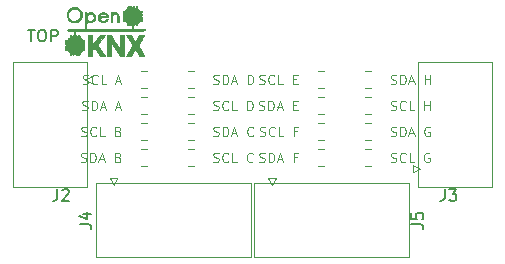
<source format=gbr>
G04 #@! TF.GenerationSoftware,KiCad,Pcbnew,(5.1.4)-1*
G04 #@! TF.CreationDate,2023-01-28T21:19:40+01:00*
G04 #@! TF.ProjectId,SEN-UP1-8xTH,53454e2d-5550-4312-9d38-7854482e6b69,V00.02*
G04 #@! TF.SameCoordinates,Original*
G04 #@! TF.FileFunction,Legend,Top*
G04 #@! TF.FilePolarity,Positive*
%FSLAX46Y46*%
G04 Gerber Fmt 4.6, Leading zero omitted, Abs format (unit mm)*
G04 Created by KiCad (PCBNEW (5.1.4)-1) date 2023-01-28 21:19:40*
%MOMM*%
%LPD*%
G04 APERTURE LIST*
%ADD10C,0.100000*%
%ADD11C,0.150000*%
%ADD12C,0.010000*%
%ADD13C,0.120000*%
G04 APERTURE END LIST*
D10*
X95084523Y-128323809D02*
X95198809Y-128361904D01*
X95389285Y-128361904D01*
X95465476Y-128323809D01*
X95503571Y-128285714D01*
X95541666Y-128209523D01*
X95541666Y-128133333D01*
X95503571Y-128057142D01*
X95465476Y-128019047D01*
X95389285Y-127980952D01*
X95236904Y-127942857D01*
X95160714Y-127904761D01*
X95122619Y-127866666D01*
X95084523Y-127790476D01*
X95084523Y-127714285D01*
X95122619Y-127638095D01*
X95160714Y-127600000D01*
X95236904Y-127561904D01*
X95427381Y-127561904D01*
X95541666Y-127600000D01*
X95884523Y-128361904D02*
X95884523Y-127561904D01*
X96075000Y-127561904D01*
X96189285Y-127600000D01*
X96265476Y-127676190D01*
X96303571Y-127752380D01*
X96341666Y-127904761D01*
X96341666Y-128019047D01*
X96303571Y-128171428D01*
X96265476Y-128247619D01*
X96189285Y-128323809D01*
X96075000Y-128361904D01*
X95884523Y-128361904D01*
X96646428Y-128133333D02*
X97027381Y-128133333D01*
X96570238Y-128361904D02*
X96836904Y-127561904D01*
X97103571Y-128361904D01*
X97941666Y-128133333D02*
X98322619Y-128133333D01*
X97865476Y-128361904D02*
X98132143Y-127561904D01*
X98398809Y-128361904D01*
X95122618Y-126123809D02*
X95236904Y-126161904D01*
X95427380Y-126161904D01*
X95503571Y-126123809D01*
X95541666Y-126085714D01*
X95579761Y-126009523D01*
X95579761Y-125933333D01*
X95541666Y-125857142D01*
X95503571Y-125819047D01*
X95427380Y-125780952D01*
X95274999Y-125742857D01*
X95198809Y-125704761D01*
X95160714Y-125666666D01*
X95122618Y-125590476D01*
X95122618Y-125514285D01*
X95160714Y-125438095D01*
X95198809Y-125400000D01*
X95274999Y-125361904D01*
X95465476Y-125361904D01*
X95579761Y-125400000D01*
X96379761Y-126085714D02*
X96341666Y-126123809D01*
X96227380Y-126161904D01*
X96151190Y-126161904D01*
X96036904Y-126123809D01*
X95960714Y-126047619D01*
X95922618Y-125971428D01*
X95884523Y-125819047D01*
X95884523Y-125704761D01*
X95922618Y-125552380D01*
X95960714Y-125476190D01*
X96036904Y-125400000D01*
X96151190Y-125361904D01*
X96227380Y-125361904D01*
X96341666Y-125400000D01*
X96379761Y-125438095D01*
X97103571Y-126161904D02*
X96722618Y-126161904D01*
X96722618Y-125361904D01*
X97941666Y-125933333D02*
X98322618Y-125933333D01*
X97865476Y-126161904D02*
X98132142Y-125361904D01*
X98398809Y-126161904D01*
X94970237Y-132723809D02*
X95084523Y-132761904D01*
X95274999Y-132761904D01*
X95351190Y-132723809D01*
X95389285Y-132685714D01*
X95427380Y-132609523D01*
X95427380Y-132533333D01*
X95389285Y-132457142D01*
X95351190Y-132419047D01*
X95274999Y-132380952D01*
X95122618Y-132342857D01*
X95046428Y-132304761D01*
X95008333Y-132266666D01*
X94970237Y-132190476D01*
X94970237Y-132114285D01*
X95008333Y-132038095D01*
X95046428Y-132000000D01*
X95122618Y-131961904D01*
X95313095Y-131961904D01*
X95427380Y-132000000D01*
X95770237Y-132761904D02*
X95770237Y-131961904D01*
X95960714Y-131961904D01*
X96074999Y-132000000D01*
X96151190Y-132076190D01*
X96189285Y-132152380D01*
X96227380Y-132304761D01*
X96227380Y-132419047D01*
X96189285Y-132571428D01*
X96151190Y-132647619D01*
X96074999Y-132723809D01*
X95960714Y-132761904D01*
X95770237Y-132761904D01*
X96532142Y-132533333D02*
X96913095Y-132533333D01*
X96455952Y-132761904D02*
X96722618Y-131961904D01*
X96989285Y-132761904D01*
X98132142Y-132342857D02*
X98246428Y-132380952D01*
X98284523Y-132419047D01*
X98322618Y-132495238D01*
X98322618Y-132609523D01*
X98284523Y-132685714D01*
X98246428Y-132723809D01*
X98170237Y-132761904D01*
X97865476Y-132761904D01*
X97865476Y-131961904D01*
X98132142Y-131961904D01*
X98208333Y-132000000D01*
X98246428Y-132038095D01*
X98284523Y-132114285D01*
X98284523Y-132190476D01*
X98246428Y-132266666D01*
X98208333Y-132304761D01*
X98132142Y-132342857D01*
X97865476Y-132342857D01*
X95008332Y-130523809D02*
X95122618Y-130561904D01*
X95313094Y-130561904D01*
X95389285Y-130523809D01*
X95427380Y-130485714D01*
X95465475Y-130409523D01*
X95465475Y-130333333D01*
X95427380Y-130257142D01*
X95389285Y-130219047D01*
X95313094Y-130180952D01*
X95160713Y-130142857D01*
X95084523Y-130104761D01*
X95046428Y-130066666D01*
X95008332Y-129990476D01*
X95008332Y-129914285D01*
X95046428Y-129838095D01*
X95084523Y-129800000D01*
X95160713Y-129761904D01*
X95351190Y-129761904D01*
X95465475Y-129800000D01*
X96265475Y-130485714D02*
X96227380Y-130523809D01*
X96113094Y-130561904D01*
X96036904Y-130561904D01*
X95922618Y-130523809D01*
X95846428Y-130447619D01*
X95808332Y-130371428D01*
X95770237Y-130219047D01*
X95770237Y-130104761D01*
X95808332Y-129952380D01*
X95846428Y-129876190D01*
X95922618Y-129800000D01*
X96036904Y-129761904D01*
X96113094Y-129761904D01*
X96227380Y-129800000D01*
X96265475Y-129838095D01*
X96989285Y-130561904D02*
X96608332Y-130561904D01*
X96608332Y-129761904D01*
X98132142Y-130142857D02*
X98246428Y-130180952D01*
X98284523Y-130219047D01*
X98322618Y-130295238D01*
X98322618Y-130409523D01*
X98284523Y-130485714D01*
X98246428Y-130523809D01*
X98170237Y-130561904D01*
X97865475Y-130561904D01*
X97865475Y-129761904D01*
X98132142Y-129761904D01*
X98208332Y-129800000D01*
X98246428Y-129838095D01*
X98284523Y-129914285D01*
X98284523Y-129990476D01*
X98246428Y-130066666D01*
X98208332Y-130104761D01*
X98132142Y-130142857D01*
X97865475Y-130142857D01*
X106197381Y-132723809D02*
X106311667Y-132761904D01*
X106502143Y-132761904D01*
X106578333Y-132723809D01*
X106616428Y-132685714D01*
X106654524Y-132609523D01*
X106654524Y-132533333D01*
X106616428Y-132457142D01*
X106578333Y-132419047D01*
X106502143Y-132380952D01*
X106349762Y-132342857D01*
X106273571Y-132304761D01*
X106235476Y-132266666D01*
X106197381Y-132190476D01*
X106197381Y-132114285D01*
X106235476Y-132038095D01*
X106273571Y-132000000D01*
X106349762Y-131961904D01*
X106540238Y-131961904D01*
X106654524Y-132000000D01*
X107454524Y-132685714D02*
X107416428Y-132723809D01*
X107302143Y-132761904D01*
X107225952Y-132761904D01*
X107111667Y-132723809D01*
X107035476Y-132647619D01*
X106997381Y-132571428D01*
X106959286Y-132419047D01*
X106959286Y-132304761D01*
X106997381Y-132152380D01*
X107035476Y-132076190D01*
X107111667Y-132000000D01*
X107225952Y-131961904D01*
X107302143Y-131961904D01*
X107416428Y-132000000D01*
X107454524Y-132038095D01*
X108178333Y-132761904D02*
X107797381Y-132761904D01*
X107797381Y-131961904D01*
X109511667Y-132685714D02*
X109473571Y-132723809D01*
X109359286Y-132761904D01*
X109283095Y-132761904D01*
X109168809Y-132723809D01*
X109092619Y-132647619D01*
X109054524Y-132571428D01*
X109016428Y-132419047D01*
X109016428Y-132304761D01*
X109054524Y-132152380D01*
X109092619Y-132076190D01*
X109168809Y-132000000D01*
X109283095Y-131961904D01*
X109359286Y-131961904D01*
X109473571Y-132000000D01*
X109511667Y-132038095D01*
X106197381Y-130523809D02*
X106311666Y-130561904D01*
X106502143Y-130561904D01*
X106578333Y-130523809D01*
X106616428Y-130485714D01*
X106654523Y-130409523D01*
X106654523Y-130333333D01*
X106616428Y-130257142D01*
X106578333Y-130219047D01*
X106502143Y-130180952D01*
X106349762Y-130142857D01*
X106273571Y-130104761D01*
X106235476Y-130066666D01*
X106197381Y-129990476D01*
X106197381Y-129914285D01*
X106235476Y-129838095D01*
X106273571Y-129800000D01*
X106349762Y-129761904D01*
X106540238Y-129761904D01*
X106654523Y-129800000D01*
X106997381Y-130561904D02*
X106997381Y-129761904D01*
X107187857Y-129761904D01*
X107302143Y-129800000D01*
X107378333Y-129876190D01*
X107416428Y-129952380D01*
X107454523Y-130104761D01*
X107454523Y-130219047D01*
X107416428Y-130371428D01*
X107378333Y-130447619D01*
X107302143Y-130523809D01*
X107187857Y-130561904D01*
X106997381Y-130561904D01*
X107759285Y-130333333D02*
X108140238Y-130333333D01*
X107683095Y-130561904D02*
X107949762Y-129761904D01*
X108216428Y-130561904D01*
X109549762Y-130485714D02*
X109511666Y-130523809D01*
X109397381Y-130561904D01*
X109321190Y-130561904D01*
X109206904Y-130523809D01*
X109130714Y-130447619D01*
X109092619Y-130371428D01*
X109054523Y-130219047D01*
X109054523Y-130104761D01*
X109092619Y-129952380D01*
X109130714Y-129876190D01*
X109206904Y-129800000D01*
X109321190Y-129761904D01*
X109397381Y-129761904D01*
X109511666Y-129800000D01*
X109549762Y-129838095D01*
X106197381Y-126123809D02*
X106311666Y-126161904D01*
X106502143Y-126161904D01*
X106578333Y-126123809D01*
X106616428Y-126085714D01*
X106654523Y-126009523D01*
X106654523Y-125933333D01*
X106616428Y-125857142D01*
X106578333Y-125819047D01*
X106502143Y-125780952D01*
X106349762Y-125742857D01*
X106273571Y-125704761D01*
X106235476Y-125666666D01*
X106197381Y-125590476D01*
X106197381Y-125514285D01*
X106235476Y-125438095D01*
X106273571Y-125400000D01*
X106349762Y-125361904D01*
X106540238Y-125361904D01*
X106654523Y-125400000D01*
X106997381Y-126161904D02*
X106997381Y-125361904D01*
X107187857Y-125361904D01*
X107302143Y-125400000D01*
X107378333Y-125476190D01*
X107416428Y-125552380D01*
X107454523Y-125704761D01*
X107454523Y-125819047D01*
X107416428Y-125971428D01*
X107378333Y-126047619D01*
X107302143Y-126123809D01*
X107187857Y-126161904D01*
X106997381Y-126161904D01*
X107759285Y-125933333D02*
X108140238Y-125933333D01*
X107683095Y-126161904D02*
X107949762Y-125361904D01*
X108216428Y-126161904D01*
X109092619Y-126161904D02*
X109092619Y-125361904D01*
X109283095Y-125361904D01*
X109397381Y-125400000D01*
X109473571Y-125476190D01*
X109511666Y-125552380D01*
X109549762Y-125704761D01*
X109549762Y-125819047D01*
X109511666Y-125971428D01*
X109473571Y-126047619D01*
X109397381Y-126123809D01*
X109283095Y-126161904D01*
X109092619Y-126161904D01*
X106197381Y-128323809D02*
X106311667Y-128361904D01*
X106502143Y-128361904D01*
X106578333Y-128323809D01*
X106616428Y-128285714D01*
X106654524Y-128209523D01*
X106654524Y-128133333D01*
X106616428Y-128057142D01*
X106578333Y-128019047D01*
X106502143Y-127980952D01*
X106349762Y-127942857D01*
X106273571Y-127904761D01*
X106235476Y-127866666D01*
X106197381Y-127790476D01*
X106197381Y-127714285D01*
X106235476Y-127638095D01*
X106273571Y-127600000D01*
X106349762Y-127561904D01*
X106540238Y-127561904D01*
X106654524Y-127600000D01*
X107454524Y-128285714D02*
X107416428Y-128323809D01*
X107302143Y-128361904D01*
X107225952Y-128361904D01*
X107111667Y-128323809D01*
X107035476Y-128247619D01*
X106997381Y-128171428D01*
X106959286Y-128019047D01*
X106959286Y-127904761D01*
X106997381Y-127752380D01*
X107035476Y-127676190D01*
X107111667Y-127600000D01*
X107225952Y-127561904D01*
X107302143Y-127561904D01*
X107416428Y-127600000D01*
X107454524Y-127638095D01*
X108178333Y-128361904D02*
X107797381Y-128361904D01*
X107797381Y-127561904D01*
X109054524Y-128361904D02*
X109054524Y-127561904D01*
X109245000Y-127561904D01*
X109359286Y-127600000D01*
X109435476Y-127676190D01*
X109473571Y-127752380D01*
X109511667Y-127904761D01*
X109511667Y-128019047D01*
X109473571Y-128171428D01*
X109435476Y-128247619D01*
X109359286Y-128323809D01*
X109245000Y-128361904D01*
X109054524Y-128361904D01*
X110084523Y-132723809D02*
X110198809Y-132761904D01*
X110389285Y-132761904D01*
X110465476Y-132723809D01*
X110503571Y-132685714D01*
X110541666Y-132609523D01*
X110541666Y-132533333D01*
X110503571Y-132457142D01*
X110465476Y-132419047D01*
X110389285Y-132380952D01*
X110236904Y-132342857D01*
X110160714Y-132304761D01*
X110122619Y-132266666D01*
X110084523Y-132190476D01*
X110084523Y-132114285D01*
X110122619Y-132038095D01*
X110160714Y-132000000D01*
X110236904Y-131961904D01*
X110427381Y-131961904D01*
X110541666Y-132000000D01*
X110884523Y-132761904D02*
X110884523Y-131961904D01*
X111075000Y-131961904D01*
X111189285Y-132000000D01*
X111265476Y-132076190D01*
X111303571Y-132152380D01*
X111341666Y-132304761D01*
X111341666Y-132419047D01*
X111303571Y-132571428D01*
X111265476Y-132647619D01*
X111189285Y-132723809D01*
X111075000Y-132761904D01*
X110884523Y-132761904D01*
X111646428Y-132533333D02*
X112027381Y-132533333D01*
X111570238Y-132761904D02*
X111836904Y-131961904D01*
X112103571Y-132761904D01*
X113246428Y-132342857D02*
X112979762Y-132342857D01*
X112979762Y-132761904D02*
X112979762Y-131961904D01*
X113360714Y-131961904D01*
X110046428Y-128323809D02*
X110160714Y-128361904D01*
X110351190Y-128361904D01*
X110427381Y-128323809D01*
X110465476Y-128285714D01*
X110503571Y-128209523D01*
X110503571Y-128133333D01*
X110465476Y-128057142D01*
X110427381Y-128019047D01*
X110351190Y-127980952D01*
X110198809Y-127942857D01*
X110122619Y-127904761D01*
X110084524Y-127866666D01*
X110046428Y-127790476D01*
X110046428Y-127714285D01*
X110084524Y-127638095D01*
X110122619Y-127600000D01*
X110198809Y-127561904D01*
X110389286Y-127561904D01*
X110503571Y-127600000D01*
X110846428Y-128361904D02*
X110846428Y-127561904D01*
X111036905Y-127561904D01*
X111151190Y-127600000D01*
X111227381Y-127676190D01*
X111265476Y-127752380D01*
X111303571Y-127904761D01*
X111303571Y-128019047D01*
X111265476Y-128171428D01*
X111227381Y-128247619D01*
X111151190Y-128323809D01*
X111036905Y-128361904D01*
X110846428Y-128361904D01*
X111608333Y-128133333D02*
X111989286Y-128133333D01*
X111532143Y-128361904D02*
X111798809Y-127561904D01*
X112065476Y-128361904D01*
X112941667Y-127942857D02*
X113208333Y-127942857D01*
X113322619Y-128361904D02*
X112941667Y-128361904D01*
X112941667Y-127561904D01*
X113322619Y-127561904D01*
X110122618Y-130523809D02*
X110236904Y-130561904D01*
X110427380Y-130561904D01*
X110503571Y-130523809D01*
X110541666Y-130485714D01*
X110579761Y-130409523D01*
X110579761Y-130333333D01*
X110541666Y-130257142D01*
X110503571Y-130219047D01*
X110427380Y-130180952D01*
X110274999Y-130142857D01*
X110198809Y-130104761D01*
X110160714Y-130066666D01*
X110122618Y-129990476D01*
X110122618Y-129914285D01*
X110160714Y-129838095D01*
X110198809Y-129800000D01*
X110274999Y-129761904D01*
X110465476Y-129761904D01*
X110579761Y-129800000D01*
X111379761Y-130485714D02*
X111341666Y-130523809D01*
X111227380Y-130561904D01*
X111151190Y-130561904D01*
X111036904Y-130523809D01*
X110960714Y-130447619D01*
X110922618Y-130371428D01*
X110884523Y-130219047D01*
X110884523Y-130104761D01*
X110922618Y-129952380D01*
X110960714Y-129876190D01*
X111036904Y-129800000D01*
X111151190Y-129761904D01*
X111227380Y-129761904D01*
X111341666Y-129800000D01*
X111379761Y-129838095D01*
X112103571Y-130561904D02*
X111722618Y-130561904D01*
X111722618Y-129761904D01*
X113246428Y-130142857D02*
X112979761Y-130142857D01*
X112979761Y-130561904D02*
X112979761Y-129761904D01*
X113360714Y-129761904D01*
X121197381Y-132723809D02*
X121311667Y-132761904D01*
X121502143Y-132761904D01*
X121578333Y-132723809D01*
X121616428Y-132685714D01*
X121654524Y-132609523D01*
X121654524Y-132533333D01*
X121616428Y-132457142D01*
X121578333Y-132419047D01*
X121502143Y-132380952D01*
X121349762Y-132342857D01*
X121273571Y-132304761D01*
X121235476Y-132266666D01*
X121197381Y-132190476D01*
X121197381Y-132114285D01*
X121235476Y-132038095D01*
X121273571Y-132000000D01*
X121349762Y-131961904D01*
X121540238Y-131961904D01*
X121654524Y-132000000D01*
X122454524Y-132685714D02*
X122416428Y-132723809D01*
X122302143Y-132761904D01*
X122225952Y-132761904D01*
X122111667Y-132723809D01*
X122035476Y-132647619D01*
X121997381Y-132571428D01*
X121959286Y-132419047D01*
X121959286Y-132304761D01*
X121997381Y-132152380D01*
X122035476Y-132076190D01*
X122111667Y-132000000D01*
X122225952Y-131961904D01*
X122302143Y-131961904D01*
X122416428Y-132000000D01*
X122454524Y-132038095D01*
X123178333Y-132761904D02*
X122797381Y-132761904D01*
X122797381Y-131961904D01*
X124473571Y-132000000D02*
X124397381Y-131961904D01*
X124283095Y-131961904D01*
X124168809Y-132000000D01*
X124092619Y-132076190D01*
X124054524Y-132152380D01*
X124016428Y-132304761D01*
X124016428Y-132419047D01*
X124054524Y-132571428D01*
X124092619Y-132647619D01*
X124168809Y-132723809D01*
X124283095Y-132761904D01*
X124359286Y-132761904D01*
X124473571Y-132723809D01*
X124511667Y-132685714D01*
X124511667Y-132419047D01*
X124359286Y-132419047D01*
X121197381Y-128323809D02*
X121311666Y-128361904D01*
X121502143Y-128361904D01*
X121578333Y-128323809D01*
X121616428Y-128285714D01*
X121654523Y-128209523D01*
X121654523Y-128133333D01*
X121616428Y-128057142D01*
X121578333Y-128019047D01*
X121502143Y-127980952D01*
X121349762Y-127942857D01*
X121273571Y-127904761D01*
X121235476Y-127866666D01*
X121197381Y-127790476D01*
X121197381Y-127714285D01*
X121235476Y-127638095D01*
X121273571Y-127600000D01*
X121349762Y-127561904D01*
X121540238Y-127561904D01*
X121654523Y-127600000D01*
X122454523Y-128285714D02*
X122416428Y-128323809D01*
X122302143Y-128361904D01*
X122225952Y-128361904D01*
X122111666Y-128323809D01*
X122035476Y-128247619D01*
X121997381Y-128171428D01*
X121959285Y-128019047D01*
X121959285Y-127904761D01*
X121997381Y-127752380D01*
X122035476Y-127676190D01*
X122111666Y-127600000D01*
X122225952Y-127561904D01*
X122302143Y-127561904D01*
X122416428Y-127600000D01*
X122454523Y-127638095D01*
X123178333Y-128361904D02*
X122797381Y-128361904D01*
X122797381Y-127561904D01*
X124054523Y-128361904D02*
X124054523Y-127561904D01*
X124054523Y-127942857D02*
X124511666Y-127942857D01*
X124511666Y-128361904D02*
X124511666Y-127561904D01*
X121197381Y-130523809D02*
X121311666Y-130561904D01*
X121502143Y-130561904D01*
X121578333Y-130523809D01*
X121616428Y-130485714D01*
X121654523Y-130409523D01*
X121654523Y-130333333D01*
X121616428Y-130257142D01*
X121578333Y-130219047D01*
X121502143Y-130180952D01*
X121349762Y-130142857D01*
X121273571Y-130104761D01*
X121235476Y-130066666D01*
X121197381Y-129990476D01*
X121197381Y-129914285D01*
X121235476Y-129838095D01*
X121273571Y-129800000D01*
X121349762Y-129761904D01*
X121540238Y-129761904D01*
X121654523Y-129800000D01*
X121997381Y-130561904D02*
X121997381Y-129761904D01*
X122187857Y-129761904D01*
X122302143Y-129800000D01*
X122378333Y-129876190D01*
X122416428Y-129952380D01*
X122454523Y-130104761D01*
X122454523Y-130219047D01*
X122416428Y-130371428D01*
X122378333Y-130447619D01*
X122302143Y-130523809D01*
X122187857Y-130561904D01*
X121997381Y-130561904D01*
X122759285Y-130333333D02*
X123140238Y-130333333D01*
X122683095Y-130561904D02*
X122949762Y-129761904D01*
X123216428Y-130561904D01*
X124511666Y-129800000D02*
X124435476Y-129761904D01*
X124321190Y-129761904D01*
X124206904Y-129800000D01*
X124130714Y-129876190D01*
X124092619Y-129952380D01*
X124054523Y-130104761D01*
X124054523Y-130219047D01*
X124092619Y-130371428D01*
X124130714Y-130447619D01*
X124206904Y-130523809D01*
X124321190Y-130561904D01*
X124397381Y-130561904D01*
X124511666Y-130523809D01*
X124549762Y-130485714D01*
X124549762Y-130219047D01*
X124397381Y-130219047D01*
X121197380Y-126123809D02*
X121311666Y-126161904D01*
X121502142Y-126161904D01*
X121578333Y-126123809D01*
X121616428Y-126085714D01*
X121654523Y-126009523D01*
X121654523Y-125933333D01*
X121616428Y-125857142D01*
X121578333Y-125819047D01*
X121502142Y-125780952D01*
X121349761Y-125742857D01*
X121273571Y-125704761D01*
X121235476Y-125666666D01*
X121197380Y-125590476D01*
X121197380Y-125514285D01*
X121235476Y-125438095D01*
X121273571Y-125400000D01*
X121349761Y-125361904D01*
X121540238Y-125361904D01*
X121654523Y-125400000D01*
X121997380Y-126161904D02*
X121997380Y-125361904D01*
X122187857Y-125361904D01*
X122302142Y-125400000D01*
X122378333Y-125476190D01*
X122416428Y-125552380D01*
X122454523Y-125704761D01*
X122454523Y-125819047D01*
X122416428Y-125971428D01*
X122378333Y-126047619D01*
X122302142Y-126123809D01*
X122187857Y-126161904D01*
X121997380Y-126161904D01*
X122759285Y-125933333D02*
X123140238Y-125933333D01*
X122683095Y-126161904D02*
X122949761Y-125361904D01*
X123216428Y-126161904D01*
X124092618Y-126161904D02*
X124092618Y-125361904D01*
X124092618Y-125742857D02*
X124549761Y-125742857D01*
X124549761Y-126161904D02*
X124549761Y-125361904D01*
X110084523Y-126123809D02*
X110198809Y-126161904D01*
X110389285Y-126161904D01*
X110465476Y-126123809D01*
X110503571Y-126085714D01*
X110541666Y-126009523D01*
X110541666Y-125933333D01*
X110503571Y-125857142D01*
X110465476Y-125819047D01*
X110389285Y-125780952D01*
X110236904Y-125742857D01*
X110160714Y-125704761D01*
X110122619Y-125666666D01*
X110084523Y-125590476D01*
X110084523Y-125514285D01*
X110122619Y-125438095D01*
X110160714Y-125400000D01*
X110236904Y-125361904D01*
X110427381Y-125361904D01*
X110541666Y-125400000D01*
X111341666Y-126085714D02*
X111303571Y-126123809D01*
X111189285Y-126161904D01*
X111113095Y-126161904D01*
X110998809Y-126123809D01*
X110922619Y-126047619D01*
X110884523Y-125971428D01*
X110846428Y-125819047D01*
X110846428Y-125704761D01*
X110884523Y-125552380D01*
X110922619Y-125476190D01*
X110998809Y-125400000D01*
X111113095Y-125361904D01*
X111189285Y-125361904D01*
X111303571Y-125400000D01*
X111341666Y-125438095D01*
X112065476Y-126161904D02*
X111684523Y-126161904D01*
X111684523Y-125361904D01*
X112941666Y-125742857D02*
X113208333Y-125742857D01*
X113322619Y-126161904D02*
X112941666Y-126161904D01*
X112941666Y-125361904D01*
X113322619Y-125361904D01*
D11*
X90490476Y-121552380D02*
X91061904Y-121552380D01*
X90776190Y-122552380D02*
X90776190Y-121552380D01*
X91585714Y-121552380D02*
X91776190Y-121552380D01*
X91871428Y-121600000D01*
X91966666Y-121695238D01*
X92014285Y-121885714D01*
X92014285Y-122219047D01*
X91966666Y-122409523D01*
X91871428Y-122504761D01*
X91776190Y-122552380D01*
X91585714Y-122552380D01*
X91490476Y-122504761D01*
X91395238Y-122409523D01*
X91347619Y-122219047D01*
X91347619Y-121885714D01*
X91395238Y-121695238D01*
X91490476Y-121600000D01*
X91585714Y-121552380D01*
X92442857Y-122552380D02*
X92442857Y-121552380D01*
X92823809Y-121552380D01*
X92919047Y-121600000D01*
X92966666Y-121647619D01*
X93014285Y-121742857D01*
X93014285Y-121885714D01*
X92966666Y-121980952D01*
X92919047Y-122028571D01*
X92823809Y-122076190D01*
X92442857Y-122076190D01*
D12*
G36*
X95940071Y-122400460D02*
G01*
X95944312Y-122800920D01*
X96007222Y-122713991D01*
X96052999Y-122651756D01*
X96108557Y-122577830D01*
X96170953Y-122495971D01*
X96237241Y-122409933D01*
X96304474Y-122323474D01*
X96369707Y-122240349D01*
X96429995Y-122164316D01*
X96482392Y-122099129D01*
X96523952Y-122048547D01*
X96551730Y-122016324D01*
X96562268Y-122006189D01*
X96584379Y-122003852D01*
X96631697Y-122002518D01*
X96697694Y-122002263D01*
X96775840Y-122003165D01*
X96792090Y-122003485D01*
X97003266Y-122007937D01*
X96698160Y-122388937D01*
X96622041Y-122484310D01*
X96552353Y-122572237D01*
X96491588Y-122649527D01*
X96442237Y-122712986D01*
X96406792Y-122759423D01*
X96387745Y-122785645D01*
X96385249Y-122789825D01*
X96391916Y-122807193D01*
X96414326Y-122847880D01*
X96450579Y-122908809D01*
X96498775Y-122986901D01*
X96557015Y-123079079D01*
X96623399Y-123182266D01*
X96696027Y-123293383D01*
X96696659Y-123294343D01*
X96769457Y-123405060D01*
X96836423Y-123507288D01*
X96895618Y-123598036D01*
X96945101Y-123674311D01*
X96982932Y-123733123D01*
X97007169Y-123771480D01*
X97015872Y-123786391D01*
X97015875Y-123786424D01*
X97000963Y-123789145D01*
X96960083Y-123791421D01*
X96899013Y-123793051D01*
X96823534Y-123793834D01*
X96801236Y-123793875D01*
X96586597Y-123793875D01*
X96476977Y-123623218D01*
X96423540Y-123540043D01*
X96361031Y-123442768D01*
X96297549Y-123343998D01*
X96245505Y-123263041D01*
X96123653Y-123073520D01*
X96030704Y-123175729D01*
X95937756Y-123277937D01*
X95937065Y-123535906D01*
X95936375Y-123793875D01*
X95571250Y-123793875D01*
X95571250Y-122000000D01*
X95935829Y-122000000D01*
X95940071Y-122400460D01*
X95940071Y-122400460D01*
G37*
X95940071Y-122400460D02*
X95944312Y-122800920D01*
X96007222Y-122713991D01*
X96052999Y-122651756D01*
X96108557Y-122577830D01*
X96170953Y-122495971D01*
X96237241Y-122409933D01*
X96304474Y-122323474D01*
X96369707Y-122240349D01*
X96429995Y-122164316D01*
X96482392Y-122099129D01*
X96523952Y-122048547D01*
X96551730Y-122016324D01*
X96562268Y-122006189D01*
X96584379Y-122003852D01*
X96631697Y-122002518D01*
X96697694Y-122002263D01*
X96775840Y-122003165D01*
X96792090Y-122003485D01*
X97003266Y-122007937D01*
X96698160Y-122388937D01*
X96622041Y-122484310D01*
X96552353Y-122572237D01*
X96491588Y-122649527D01*
X96442237Y-122712986D01*
X96406792Y-122759423D01*
X96387745Y-122785645D01*
X96385249Y-122789825D01*
X96391916Y-122807193D01*
X96414326Y-122847880D01*
X96450579Y-122908809D01*
X96498775Y-122986901D01*
X96557015Y-123079079D01*
X96623399Y-123182266D01*
X96696027Y-123293383D01*
X96696659Y-123294343D01*
X96769457Y-123405060D01*
X96836423Y-123507288D01*
X96895618Y-123598036D01*
X96945101Y-123674311D01*
X96982932Y-123733123D01*
X97007169Y-123771480D01*
X97015872Y-123786391D01*
X97015875Y-123786424D01*
X97000963Y-123789145D01*
X96960083Y-123791421D01*
X96899013Y-123793051D01*
X96823534Y-123793834D01*
X96801236Y-123793875D01*
X96586597Y-123793875D01*
X96476977Y-123623218D01*
X96423540Y-123540043D01*
X96361031Y-123442768D01*
X96297549Y-123343998D01*
X96245505Y-123263041D01*
X96123653Y-123073520D01*
X96030704Y-123175729D01*
X95937756Y-123277937D01*
X95937065Y-123535906D01*
X95936375Y-123793875D01*
X95571250Y-123793875D01*
X95571250Y-122000000D01*
X95935829Y-122000000D01*
X95940071Y-122400460D01*
G36*
X97889195Y-122586650D02*
G01*
X98246187Y-123173301D01*
X98250349Y-122586650D01*
X98254511Y-122000000D01*
X98619250Y-122000000D01*
X98619250Y-123794882D01*
X98433304Y-123790410D01*
X98247359Y-123785937D01*
X97547687Y-122638855D01*
X97543523Y-123216365D01*
X97539358Y-123793875D01*
X97158750Y-123793875D01*
X97158750Y-122000000D01*
X97532202Y-122000000D01*
X97889195Y-122586650D01*
X97889195Y-122586650D01*
G37*
X97889195Y-122586650D02*
X98246187Y-123173301D01*
X98250349Y-122586650D01*
X98254511Y-122000000D01*
X98619250Y-122000000D01*
X98619250Y-123794882D01*
X98433304Y-123790410D01*
X98247359Y-123785937D01*
X97547687Y-122638855D01*
X97543523Y-123216365D01*
X97539358Y-123793875D01*
X97158750Y-123793875D01*
X97158750Y-122000000D01*
X97532202Y-122000000D01*
X97889195Y-122586650D01*
G36*
X99034460Y-122000053D02*
G01*
X99246312Y-122000107D01*
X99414936Y-122310482D01*
X99583561Y-122620856D01*
X99749440Y-122314397D01*
X99915319Y-122007937D01*
X100124534Y-122003507D01*
X100201854Y-122002570D01*
X100266271Y-122003122D01*
X100311936Y-122005013D01*
X100332998Y-122008091D01*
X100333750Y-122008908D01*
X100325997Y-122024503D01*
X100304021Y-122064090D01*
X100269744Y-122124322D01*
X100225089Y-122201854D01*
X100171979Y-122293340D01*
X100112337Y-122395434D01*
X100078647Y-122452852D01*
X100006664Y-122575810D01*
X99949650Y-122674475D01*
X99906139Y-122751718D01*
X99874661Y-122810410D01*
X99853752Y-122853423D01*
X99841943Y-122883626D01*
X99837767Y-122903893D01*
X99839758Y-122917094D01*
X99840574Y-122918787D01*
X99852740Y-122940094D01*
X99878955Y-122985043D01*
X99917066Y-123049974D01*
X99964917Y-123131225D01*
X100020355Y-123225136D01*
X100081226Y-123328044D01*
X100103615Y-123365847D01*
X100164924Y-123469531D01*
X100220655Y-123564172D01*
X100268836Y-123646389D01*
X100307495Y-123712801D01*
X100334660Y-123760029D01*
X100348358Y-123784692D01*
X100349625Y-123787479D01*
X100334722Y-123789835D01*
X100293904Y-123791800D01*
X100233003Y-123793197D01*
X100157854Y-123793849D01*
X100138908Y-123793875D01*
X99928192Y-123793875D01*
X99769814Y-123505778D01*
X99721313Y-123417884D01*
X99677255Y-123338670D01*
X99640185Y-123272660D01*
X99612647Y-123224377D01*
X99597184Y-123198346D01*
X99595555Y-123195915D01*
X99586147Y-123195550D01*
X99569283Y-123212820D01*
X99543522Y-123249939D01*
X99507426Y-123309124D01*
X99459552Y-123392591D01*
X99410865Y-123480043D01*
X99242055Y-123785937D01*
X99023774Y-123790368D01*
X98805493Y-123794798D01*
X98828858Y-123758618D01*
X98856228Y-123714904D01*
X98894028Y-123652644D01*
X98939925Y-123575855D01*
X98991585Y-123488553D01*
X99046674Y-123394756D01*
X99102858Y-123298479D01*
X99157803Y-123203741D01*
X99209175Y-123114556D01*
X99254641Y-123034943D01*
X99291867Y-122968917D01*
X99318519Y-122920496D01*
X99332262Y-122893696D01*
X99333625Y-122889875D01*
X99325860Y-122871605D01*
X99303986Y-122829860D01*
X99270130Y-122768448D01*
X99226421Y-122691178D01*
X99174986Y-122601857D01*
X99121830Y-122510879D01*
X99062376Y-122409762D01*
X99005911Y-122313650D01*
X98955155Y-122227181D01*
X98912830Y-122154993D01*
X98881657Y-122101724D01*
X98866321Y-122075406D01*
X98822608Y-122000000D01*
X99034460Y-122000053D01*
X99034460Y-122000053D01*
G37*
X99034460Y-122000053D02*
X99246312Y-122000107D01*
X99414936Y-122310482D01*
X99583561Y-122620856D01*
X99749440Y-122314397D01*
X99915319Y-122007937D01*
X100124534Y-122003507D01*
X100201854Y-122002570D01*
X100266271Y-122003122D01*
X100311936Y-122005013D01*
X100332998Y-122008091D01*
X100333750Y-122008908D01*
X100325997Y-122024503D01*
X100304021Y-122064090D01*
X100269744Y-122124322D01*
X100225089Y-122201854D01*
X100171979Y-122293340D01*
X100112337Y-122395434D01*
X100078647Y-122452852D01*
X100006664Y-122575810D01*
X99949650Y-122674475D01*
X99906139Y-122751718D01*
X99874661Y-122810410D01*
X99853752Y-122853423D01*
X99841943Y-122883626D01*
X99837767Y-122903893D01*
X99839758Y-122917094D01*
X99840574Y-122918787D01*
X99852740Y-122940094D01*
X99878955Y-122985043D01*
X99917066Y-123049974D01*
X99964917Y-123131225D01*
X100020355Y-123225136D01*
X100081226Y-123328044D01*
X100103615Y-123365847D01*
X100164924Y-123469531D01*
X100220655Y-123564172D01*
X100268836Y-123646389D01*
X100307495Y-123712801D01*
X100334660Y-123760029D01*
X100348358Y-123784692D01*
X100349625Y-123787479D01*
X100334722Y-123789835D01*
X100293904Y-123791800D01*
X100233003Y-123793197D01*
X100157854Y-123793849D01*
X100138908Y-123793875D01*
X99928192Y-123793875D01*
X99769814Y-123505778D01*
X99721313Y-123417884D01*
X99677255Y-123338670D01*
X99640185Y-123272660D01*
X99612647Y-123224377D01*
X99597184Y-123198346D01*
X99595555Y-123195915D01*
X99586147Y-123195550D01*
X99569283Y-123212820D01*
X99543522Y-123249939D01*
X99507426Y-123309124D01*
X99459552Y-123392591D01*
X99410865Y-123480043D01*
X99242055Y-123785937D01*
X99023774Y-123790368D01*
X98805493Y-123794798D01*
X98828858Y-123758618D01*
X98856228Y-123714904D01*
X98894028Y-123652644D01*
X98939925Y-123575855D01*
X98991585Y-123488553D01*
X99046674Y-123394756D01*
X99102858Y-123298479D01*
X99157803Y-123203741D01*
X99209175Y-123114556D01*
X99254641Y-123034943D01*
X99291867Y-122968917D01*
X99318519Y-122920496D01*
X99332262Y-122893696D01*
X99333625Y-122889875D01*
X99325860Y-122871605D01*
X99303986Y-122829860D01*
X99270130Y-122768448D01*
X99226421Y-122691178D01*
X99174986Y-122601857D01*
X99121830Y-122510879D01*
X99062376Y-122409762D01*
X99005911Y-122313650D01*
X98955155Y-122227181D01*
X98912830Y-122154993D01*
X98881657Y-122101724D01*
X98866321Y-122075406D01*
X98822608Y-122000000D01*
X99034460Y-122000053D01*
G36*
X94827582Y-122020122D02*
G01*
X94849657Y-122036947D01*
X94863056Y-122072472D01*
X94871618Y-122132819D01*
X94872582Y-122142875D01*
X94878570Y-122193206D01*
X94887537Y-122220044D01*
X94904043Y-122231605D01*
X94923773Y-122235155D01*
X94969313Y-122254196D01*
X95010914Y-122293963D01*
X95039644Y-122343829D01*
X95047375Y-122382218D01*
X95049016Y-122409031D01*
X95059224Y-122422814D01*
X95085920Y-122427901D01*
X95132227Y-122428625D01*
X95203911Y-122437086D01*
X95249218Y-122462725D01*
X95268713Y-122505917D01*
X95269625Y-122520597D01*
X95256667Y-122555818D01*
X95217000Y-122577762D01*
X95149436Y-122586989D01*
X95127793Y-122587375D01*
X95080297Y-122588623D01*
X95056458Y-122595023D01*
X95048205Y-122610558D01*
X95047375Y-122627062D01*
X95049681Y-122649904D01*
X95061812Y-122661730D01*
X95091584Y-122666141D01*
X95133553Y-122666750D01*
X95205823Y-122674370D01*
X95250800Y-122697474D01*
X95269108Y-122736427D01*
X95269625Y-122746125D01*
X95256561Y-122788282D01*
X95216954Y-122814519D01*
X95150177Y-122825198D01*
X95133553Y-122825500D01*
X95083495Y-122826914D01*
X95057568Y-122833016D01*
X95048206Y-122846592D01*
X95047375Y-122857250D01*
X95052389Y-122877564D01*
X95072897Y-122886931D01*
X95114843Y-122889234D01*
X95186192Y-122897614D01*
X95237682Y-122920631D01*
X95264623Y-122955924D01*
X95266874Y-122965677D01*
X95264369Y-123006606D01*
X95240526Y-123032419D01*
X95192010Y-123045285D01*
X95140681Y-123047750D01*
X95088564Y-123048631D01*
X95060660Y-123053412D01*
X95049440Y-123065295D01*
X95047375Y-123087437D01*
X95049681Y-123110279D01*
X95061812Y-123122105D01*
X95091584Y-123126516D01*
X95133553Y-123127125D01*
X95205823Y-123134745D01*
X95250800Y-123157849D01*
X95269108Y-123196802D01*
X95269625Y-123206500D01*
X95256561Y-123248657D01*
X95216954Y-123274894D01*
X95150177Y-123285573D01*
X95133553Y-123285875D01*
X95083616Y-123287221D01*
X95057749Y-123293208D01*
X95048320Y-123306755D01*
X95047375Y-123318846D01*
X95034252Y-123356873D01*
X95001633Y-123396820D01*
X94959635Y-123429168D01*
X94918380Y-123444398D01*
X94913658Y-123444625D01*
X94890962Y-123446504D01*
X94878729Y-123457127D01*
X94873733Y-123483973D01*
X94872751Y-123534521D01*
X94872750Y-123539509D01*
X94871144Y-123594543D01*
X94864176Y-123627726D01*
X94848620Y-123648885D01*
X94833062Y-123660397D01*
X94801991Y-123677194D01*
X94777561Y-123674477D01*
X94753687Y-123660397D01*
X94731108Y-123641764D01*
X94719138Y-123617262D01*
X94714551Y-123577066D01*
X94714000Y-123539509D01*
X94713152Y-123486846D01*
X94708525Y-123458457D01*
X94696995Y-123446874D01*
X94675439Y-123444626D01*
X94674312Y-123444625D01*
X94653005Y-123446426D01*
X94641122Y-123456604D01*
X94635919Y-123482321D01*
X94634649Y-123530738D01*
X94634625Y-123548152D01*
X94633483Y-123604994D01*
X94628300Y-123638556D01*
X94616443Y-123657279D01*
X94596945Y-123668848D01*
X94553631Y-123677553D01*
X94525508Y-123667949D01*
X94506828Y-123653614D01*
X94496568Y-123630310D01*
X94492361Y-123589578D01*
X94491750Y-123547253D01*
X94491045Y-123491970D01*
X94487076Y-123461241D01*
X94477062Y-123447874D01*
X94458222Y-123444677D01*
X94452062Y-123444625D01*
X94429332Y-123446891D01*
X94417497Y-123458870D01*
X94413025Y-123488331D01*
X94412375Y-123531937D01*
X94408716Y-123592057D01*
X94395946Y-123631179D01*
X94380625Y-123651000D01*
X94338519Y-123679998D01*
X94302548Y-123679474D01*
X94274963Y-123651418D01*
X94258014Y-123597819D01*
X94253625Y-123538741D01*
X94252760Y-123486343D01*
X94248059Y-123458190D01*
X94236360Y-123446783D01*
X94214501Y-123444625D01*
X94213937Y-123444625D01*
X94191207Y-123446891D01*
X94179372Y-123458870D01*
X94174900Y-123488331D01*
X94174250Y-123531937D01*
X94166546Y-123599529D01*
X94145875Y-123648970D01*
X94115902Y-123676894D01*
X94080286Y-123679935D01*
X94042693Y-123654725D01*
X94041772Y-123653718D01*
X94023031Y-123614593D01*
X94015673Y-123549503D01*
X94015500Y-123534656D01*
X94014160Y-123483162D01*
X94008448Y-123455980D01*
X93995818Y-123445726D01*
X93984496Y-123444625D01*
X93921707Y-123429709D01*
X93870534Y-123387843D01*
X93845787Y-123346840D01*
X93828074Y-123310891D01*
X93809086Y-123292868D01*
X93777876Y-123286592D01*
X93737807Y-123285875D01*
X93674900Y-123280863D01*
X93637546Y-123263568D01*
X93620818Y-123230601D01*
X93618625Y-123203883D01*
X93628933Y-123163856D01*
X93661824Y-123139159D01*
X93720240Y-123128105D01*
X93752518Y-123127125D01*
X93797007Y-123125534D01*
X93818241Y-123117677D01*
X93824676Y-123098925D01*
X93825000Y-123087437D01*
X93822369Y-123063738D01*
X93809024Y-123052007D01*
X93776783Y-123048085D01*
X93746923Y-123047750D01*
X93682747Y-123045458D01*
X93644051Y-123036258D01*
X93624750Y-123016663D01*
X93618761Y-122983185D01*
X93618625Y-122974221D01*
X93627768Y-122931572D01*
X93657560Y-122904644D01*
X93711545Y-122891338D01*
X93762533Y-122889000D01*
X93803663Y-122886242D01*
X93821655Y-122875142D01*
X93825000Y-122857250D01*
X93821064Y-122838634D01*
X93804170Y-122829094D01*
X93766682Y-122825750D01*
X93740862Y-122825500D01*
X93676796Y-122820668D01*
X93638465Y-122804085D01*
X93621046Y-122772620D01*
X93618625Y-122746125D01*
X93626065Y-122704523D01*
X93651602Y-122679633D01*
X93700059Y-122668322D01*
X93740862Y-122666750D01*
X93789723Y-122665626D01*
X93814755Y-122659771D01*
X93823863Y-122645454D01*
X93825000Y-122627062D01*
X93822618Y-122604014D01*
X93810204Y-122592207D01*
X93779852Y-122587910D01*
X93740862Y-122587375D01*
X93677058Y-122582637D01*
X93638884Y-122566189D01*
X93621338Y-122534676D01*
X93618625Y-122505383D01*
X93628933Y-122465356D01*
X93661824Y-122440659D01*
X93720240Y-122429605D01*
X93752518Y-122428625D01*
X93797202Y-122426850D01*
X93818537Y-122418795D01*
X93824849Y-122400357D01*
X93825059Y-122392906D01*
X93839742Y-122332889D01*
X93878540Y-122280215D01*
X93933876Y-122244164D01*
X93951275Y-122238319D01*
X94015500Y-122221026D01*
X94015500Y-122137500D01*
X94020290Y-122073875D01*
X94036903Y-122035864D01*
X94068700Y-122018481D01*
X94097491Y-122015875D01*
X94137518Y-122026183D01*
X94162215Y-122059074D01*
X94173269Y-122117490D01*
X94174250Y-122149768D01*
X94176426Y-122195107D01*
X94185091Y-122216666D01*
X94203451Y-122222247D01*
X94204034Y-122222250D01*
X94221835Y-122216956D01*
X94232627Y-122196359D01*
X94239371Y-122153381D01*
X94241180Y-122133476D01*
X94250785Y-122071061D01*
X94269440Y-122034504D01*
X94301099Y-122018322D01*
X94325856Y-122016118D01*
X94363534Y-122024958D01*
X94386081Y-122054750D01*
X94395741Y-122109371D01*
X94396500Y-122138112D01*
X94397623Y-122186973D01*
X94403478Y-122212005D01*
X94417795Y-122221113D01*
X94436187Y-122222250D01*
X94460547Y-122219345D01*
X94472174Y-122204996D01*
X94475697Y-122170749D01*
X94475875Y-122149768D01*
X94481784Y-122079946D01*
X94500640Y-122036867D01*
X94534128Y-122017585D01*
X94552633Y-122015875D01*
X94595430Y-122022937D01*
X94621035Y-122047459D01*
X94632804Y-122094441D01*
X94634625Y-122138112D01*
X94635748Y-122186973D01*
X94641603Y-122212005D01*
X94655920Y-122221113D01*
X94674312Y-122222250D01*
X94698672Y-122219345D01*
X94710299Y-122204996D01*
X94713822Y-122170749D01*
X94713999Y-122149768D01*
X94719693Y-122080461D01*
X94738094Y-122037677D01*
X94771186Y-122018054D01*
X94792996Y-122015875D01*
X94827582Y-122020122D01*
X94827582Y-122020122D01*
G37*
X94827582Y-122020122D02*
X94849657Y-122036947D01*
X94863056Y-122072472D01*
X94871618Y-122132819D01*
X94872582Y-122142875D01*
X94878570Y-122193206D01*
X94887537Y-122220044D01*
X94904043Y-122231605D01*
X94923773Y-122235155D01*
X94969313Y-122254196D01*
X95010914Y-122293963D01*
X95039644Y-122343829D01*
X95047375Y-122382218D01*
X95049016Y-122409031D01*
X95059224Y-122422814D01*
X95085920Y-122427901D01*
X95132227Y-122428625D01*
X95203911Y-122437086D01*
X95249218Y-122462725D01*
X95268713Y-122505917D01*
X95269625Y-122520597D01*
X95256667Y-122555818D01*
X95217000Y-122577762D01*
X95149436Y-122586989D01*
X95127793Y-122587375D01*
X95080297Y-122588623D01*
X95056458Y-122595023D01*
X95048205Y-122610558D01*
X95047375Y-122627062D01*
X95049681Y-122649904D01*
X95061812Y-122661730D01*
X95091584Y-122666141D01*
X95133553Y-122666750D01*
X95205823Y-122674370D01*
X95250800Y-122697474D01*
X95269108Y-122736427D01*
X95269625Y-122746125D01*
X95256561Y-122788282D01*
X95216954Y-122814519D01*
X95150177Y-122825198D01*
X95133553Y-122825500D01*
X95083495Y-122826914D01*
X95057568Y-122833016D01*
X95048206Y-122846592D01*
X95047375Y-122857250D01*
X95052389Y-122877564D01*
X95072897Y-122886931D01*
X95114843Y-122889234D01*
X95186192Y-122897614D01*
X95237682Y-122920631D01*
X95264623Y-122955924D01*
X95266874Y-122965677D01*
X95264369Y-123006606D01*
X95240526Y-123032419D01*
X95192010Y-123045285D01*
X95140681Y-123047750D01*
X95088564Y-123048631D01*
X95060660Y-123053412D01*
X95049440Y-123065295D01*
X95047375Y-123087437D01*
X95049681Y-123110279D01*
X95061812Y-123122105D01*
X95091584Y-123126516D01*
X95133553Y-123127125D01*
X95205823Y-123134745D01*
X95250800Y-123157849D01*
X95269108Y-123196802D01*
X95269625Y-123206500D01*
X95256561Y-123248657D01*
X95216954Y-123274894D01*
X95150177Y-123285573D01*
X95133553Y-123285875D01*
X95083616Y-123287221D01*
X95057749Y-123293208D01*
X95048320Y-123306755D01*
X95047375Y-123318846D01*
X95034252Y-123356873D01*
X95001633Y-123396820D01*
X94959635Y-123429168D01*
X94918380Y-123444398D01*
X94913658Y-123444625D01*
X94890962Y-123446504D01*
X94878729Y-123457127D01*
X94873733Y-123483973D01*
X94872751Y-123534521D01*
X94872750Y-123539509D01*
X94871144Y-123594543D01*
X94864176Y-123627726D01*
X94848620Y-123648885D01*
X94833062Y-123660397D01*
X94801991Y-123677194D01*
X94777561Y-123674477D01*
X94753687Y-123660397D01*
X94731108Y-123641764D01*
X94719138Y-123617262D01*
X94714551Y-123577066D01*
X94714000Y-123539509D01*
X94713152Y-123486846D01*
X94708525Y-123458457D01*
X94696995Y-123446874D01*
X94675439Y-123444626D01*
X94674312Y-123444625D01*
X94653005Y-123446426D01*
X94641122Y-123456604D01*
X94635919Y-123482321D01*
X94634649Y-123530738D01*
X94634625Y-123548152D01*
X94633483Y-123604994D01*
X94628300Y-123638556D01*
X94616443Y-123657279D01*
X94596945Y-123668848D01*
X94553631Y-123677553D01*
X94525508Y-123667949D01*
X94506828Y-123653614D01*
X94496568Y-123630310D01*
X94492361Y-123589578D01*
X94491750Y-123547253D01*
X94491045Y-123491970D01*
X94487076Y-123461241D01*
X94477062Y-123447874D01*
X94458222Y-123444677D01*
X94452062Y-123444625D01*
X94429332Y-123446891D01*
X94417497Y-123458870D01*
X94413025Y-123488331D01*
X94412375Y-123531937D01*
X94408716Y-123592057D01*
X94395946Y-123631179D01*
X94380625Y-123651000D01*
X94338519Y-123679998D01*
X94302548Y-123679474D01*
X94274963Y-123651418D01*
X94258014Y-123597819D01*
X94253625Y-123538741D01*
X94252760Y-123486343D01*
X94248059Y-123458190D01*
X94236360Y-123446783D01*
X94214501Y-123444625D01*
X94213937Y-123444625D01*
X94191207Y-123446891D01*
X94179372Y-123458870D01*
X94174900Y-123488331D01*
X94174250Y-123531937D01*
X94166546Y-123599529D01*
X94145875Y-123648970D01*
X94115902Y-123676894D01*
X94080286Y-123679935D01*
X94042693Y-123654725D01*
X94041772Y-123653718D01*
X94023031Y-123614593D01*
X94015673Y-123549503D01*
X94015500Y-123534656D01*
X94014160Y-123483162D01*
X94008448Y-123455980D01*
X93995818Y-123445726D01*
X93984496Y-123444625D01*
X93921707Y-123429709D01*
X93870534Y-123387843D01*
X93845787Y-123346840D01*
X93828074Y-123310891D01*
X93809086Y-123292868D01*
X93777876Y-123286592D01*
X93737807Y-123285875D01*
X93674900Y-123280863D01*
X93637546Y-123263568D01*
X93620818Y-123230601D01*
X93618625Y-123203883D01*
X93628933Y-123163856D01*
X93661824Y-123139159D01*
X93720240Y-123128105D01*
X93752518Y-123127125D01*
X93797007Y-123125534D01*
X93818241Y-123117677D01*
X93824676Y-123098925D01*
X93825000Y-123087437D01*
X93822369Y-123063738D01*
X93809024Y-123052007D01*
X93776783Y-123048085D01*
X93746923Y-123047750D01*
X93682747Y-123045458D01*
X93644051Y-123036258D01*
X93624750Y-123016663D01*
X93618761Y-122983185D01*
X93618625Y-122974221D01*
X93627768Y-122931572D01*
X93657560Y-122904644D01*
X93711545Y-122891338D01*
X93762533Y-122889000D01*
X93803663Y-122886242D01*
X93821655Y-122875142D01*
X93825000Y-122857250D01*
X93821064Y-122838634D01*
X93804170Y-122829094D01*
X93766682Y-122825750D01*
X93740862Y-122825500D01*
X93676796Y-122820668D01*
X93638465Y-122804085D01*
X93621046Y-122772620D01*
X93618625Y-122746125D01*
X93626065Y-122704523D01*
X93651602Y-122679633D01*
X93700059Y-122668322D01*
X93740862Y-122666750D01*
X93789723Y-122665626D01*
X93814755Y-122659771D01*
X93823863Y-122645454D01*
X93825000Y-122627062D01*
X93822618Y-122604014D01*
X93810204Y-122592207D01*
X93779852Y-122587910D01*
X93740862Y-122587375D01*
X93677058Y-122582637D01*
X93638884Y-122566189D01*
X93621338Y-122534676D01*
X93618625Y-122505383D01*
X93628933Y-122465356D01*
X93661824Y-122440659D01*
X93720240Y-122429605D01*
X93752518Y-122428625D01*
X93797202Y-122426850D01*
X93818537Y-122418795D01*
X93824849Y-122400357D01*
X93825059Y-122392906D01*
X93839742Y-122332889D01*
X93878540Y-122280215D01*
X93933876Y-122244164D01*
X93951275Y-122238319D01*
X94015500Y-122221026D01*
X94015500Y-122137500D01*
X94020290Y-122073875D01*
X94036903Y-122035864D01*
X94068700Y-122018481D01*
X94097491Y-122015875D01*
X94137518Y-122026183D01*
X94162215Y-122059074D01*
X94173269Y-122117490D01*
X94174250Y-122149768D01*
X94176426Y-122195107D01*
X94185091Y-122216666D01*
X94203451Y-122222247D01*
X94204034Y-122222250D01*
X94221835Y-122216956D01*
X94232627Y-122196359D01*
X94239371Y-122153381D01*
X94241180Y-122133476D01*
X94250785Y-122071061D01*
X94269440Y-122034504D01*
X94301099Y-122018322D01*
X94325856Y-122016118D01*
X94363534Y-122024958D01*
X94386081Y-122054750D01*
X94395741Y-122109371D01*
X94396500Y-122138112D01*
X94397623Y-122186973D01*
X94403478Y-122212005D01*
X94417795Y-122221113D01*
X94436187Y-122222250D01*
X94460547Y-122219345D01*
X94472174Y-122204996D01*
X94475697Y-122170749D01*
X94475875Y-122149768D01*
X94481784Y-122079946D01*
X94500640Y-122036867D01*
X94534128Y-122017585D01*
X94552633Y-122015875D01*
X94595430Y-122022937D01*
X94621035Y-122047459D01*
X94632804Y-122094441D01*
X94634625Y-122138112D01*
X94635748Y-122186973D01*
X94641603Y-122212005D01*
X94655920Y-122221113D01*
X94674312Y-122222250D01*
X94698672Y-122219345D01*
X94710299Y-122204996D01*
X94713822Y-122170749D01*
X94713999Y-122149768D01*
X94719693Y-122080461D01*
X94738094Y-122037677D01*
X94771186Y-122018054D01*
X94792996Y-122015875D01*
X94827582Y-122020122D01*
G36*
X99341854Y-121248961D02*
G01*
X99351882Y-121262329D01*
X99357676Y-121292489D01*
X99361143Y-121345887D01*
X99362074Y-121368968D01*
X99366710Y-121492000D01*
X99854992Y-121492000D01*
X100004875Y-121492372D01*
X100125263Y-121493547D01*
X100218405Y-121495607D01*
X100286548Y-121498638D01*
X100331941Y-121502724D01*
X100356832Y-121507950D01*
X100362324Y-121511049D01*
X100379348Y-121547316D01*
X100376814Y-121590342D01*
X100362324Y-121615825D01*
X100352950Y-121618272D01*
X100329212Y-121620519D01*
X100290043Y-121622572D01*
X100234373Y-121624439D01*
X100161136Y-121626126D01*
X100069260Y-121627640D01*
X99957680Y-121628988D01*
X99825324Y-121630178D01*
X99671126Y-121631215D01*
X99494015Y-121632107D01*
X99292925Y-121632862D01*
X99066785Y-121633484D01*
X98814528Y-121633983D01*
X98535085Y-121634364D01*
X98227387Y-121634634D01*
X97890366Y-121634801D01*
X97522953Y-121634871D01*
X97418130Y-121634875D01*
X94492986Y-121634875D01*
X94488399Y-121773781D01*
X94485622Y-121840629D01*
X94481511Y-121882121D01*
X94474304Y-121904646D01*
X94462239Y-121914594D01*
X94448726Y-121917677D01*
X94431916Y-121918322D01*
X94421265Y-121910488D01*
X94415031Y-121888255D01*
X94411472Y-121845702D01*
X94409039Y-121782739D01*
X94404437Y-121642812D01*
X94135711Y-121638447D01*
X94030061Y-121635705D01*
X93945068Y-121631379D01*
X93884072Y-121625721D01*
X93850417Y-121618982D01*
X93845992Y-121616659D01*
X93827919Y-121583944D01*
X93828050Y-121542193D01*
X93844049Y-121511050D01*
X93853556Y-121508510D01*
X93877514Y-121506187D01*
X93917031Y-121504072D01*
X93973218Y-121502158D01*
X94047181Y-121500437D01*
X94140030Y-121498900D01*
X94252872Y-121497541D01*
X94386816Y-121496352D01*
X94542971Y-121495325D01*
X94722445Y-121494452D01*
X94926346Y-121493725D01*
X95155783Y-121493137D01*
X95411864Y-121492680D01*
X95695698Y-121492346D01*
X96008392Y-121492128D01*
X96351056Y-121492017D01*
X96573882Y-121492000D01*
X99284664Y-121492000D01*
X99289300Y-121368968D01*
X99292425Y-121306761D01*
X99297266Y-121269857D01*
X99305729Y-121251809D01*
X99319722Y-121246173D01*
X99325687Y-121245937D01*
X99341854Y-121248961D01*
X99341854Y-121248961D01*
G37*
X99341854Y-121248961D02*
X99351882Y-121262329D01*
X99357676Y-121292489D01*
X99361143Y-121345887D01*
X99362074Y-121368968D01*
X99366710Y-121492000D01*
X99854992Y-121492000D01*
X100004875Y-121492372D01*
X100125263Y-121493547D01*
X100218405Y-121495607D01*
X100286548Y-121498638D01*
X100331941Y-121502724D01*
X100356832Y-121507950D01*
X100362324Y-121511049D01*
X100379348Y-121547316D01*
X100376814Y-121590342D01*
X100362324Y-121615825D01*
X100352950Y-121618272D01*
X100329212Y-121620519D01*
X100290043Y-121622572D01*
X100234373Y-121624439D01*
X100161136Y-121626126D01*
X100069260Y-121627640D01*
X99957680Y-121628988D01*
X99825324Y-121630178D01*
X99671126Y-121631215D01*
X99494015Y-121632107D01*
X99292925Y-121632862D01*
X99066785Y-121633484D01*
X98814528Y-121633983D01*
X98535085Y-121634364D01*
X98227387Y-121634634D01*
X97890366Y-121634801D01*
X97522953Y-121634871D01*
X97418130Y-121634875D01*
X94492986Y-121634875D01*
X94488399Y-121773781D01*
X94485622Y-121840629D01*
X94481511Y-121882121D01*
X94474304Y-121904646D01*
X94462239Y-121914594D01*
X94448726Y-121917677D01*
X94431916Y-121918322D01*
X94421265Y-121910488D01*
X94415031Y-121888255D01*
X94411472Y-121845702D01*
X94409039Y-121782739D01*
X94404437Y-121642812D01*
X94135711Y-121638447D01*
X94030061Y-121635705D01*
X93945068Y-121631379D01*
X93884072Y-121625721D01*
X93850417Y-121618982D01*
X93845992Y-121616659D01*
X93827919Y-121583944D01*
X93828050Y-121542193D01*
X93844049Y-121511050D01*
X93853556Y-121508510D01*
X93877514Y-121506187D01*
X93917031Y-121504072D01*
X93973218Y-121502158D01*
X94047181Y-121500437D01*
X94140030Y-121498900D01*
X94252872Y-121497541D01*
X94386816Y-121496352D01*
X94542971Y-121495325D01*
X94722445Y-121494452D01*
X94926346Y-121493725D01*
X95155783Y-121493137D01*
X95411864Y-121492680D01*
X95695698Y-121492346D01*
X96008392Y-121492128D01*
X96351056Y-121492017D01*
X96573882Y-121492000D01*
X99284664Y-121492000D01*
X99289300Y-121368968D01*
X99292425Y-121306761D01*
X99297266Y-121269857D01*
X99305729Y-121251809D01*
X99319722Y-121246173D01*
X99325687Y-121245937D01*
X99341854Y-121248961D01*
G36*
X95900689Y-120085072D02*
G01*
X95997845Y-120133439D01*
X96081768Y-120205635D01*
X96147726Y-120299810D01*
X96162549Y-120330363D01*
X96182612Y-120403852D01*
X96188695Y-120492867D01*
X96181209Y-120584634D01*
X96160563Y-120666378D01*
X96151029Y-120688779D01*
X96088760Y-120783300D01*
X96007272Y-120856032D01*
X95911696Y-120905553D01*
X95807166Y-120930445D01*
X95698815Y-120929288D01*
X95591776Y-120900663D01*
X95519996Y-120863277D01*
X95482416Y-120840229D01*
X95457094Y-120826721D01*
X95452527Y-120825250D01*
X95449950Y-120840312D01*
X95447699Y-120882247D01*
X95445910Y-120946181D01*
X95444716Y-121027237D01*
X95444251Y-121120539D01*
X95444250Y-121126875D01*
X95444250Y-121428500D01*
X95317250Y-121428500D01*
X95317250Y-120517213D01*
X95451561Y-120517213D01*
X95471007Y-120604820D01*
X95515750Y-120683141D01*
X95582579Y-120746763D01*
X95668288Y-120790272D01*
X95678629Y-120793568D01*
X95740345Y-120806391D01*
X95799586Y-120803254D01*
X95845527Y-120792545D01*
X95925240Y-120755489D01*
X95988677Y-120696903D01*
X96033718Y-120623058D01*
X96058241Y-120540228D01*
X96060122Y-120454686D01*
X96037240Y-120372704D01*
X96005193Y-120320593D01*
X95933289Y-120251848D01*
X95852006Y-120209713D01*
X95766446Y-120193203D01*
X95681711Y-120201333D01*
X95602905Y-120233118D01*
X95535129Y-120287572D01*
X95483486Y-120363711D01*
X95460618Y-120425734D01*
X95451561Y-120517213D01*
X95317250Y-120517213D01*
X95317250Y-120079125D01*
X95380750Y-120079125D01*
X95421466Y-120081005D01*
X95439566Y-120091197D01*
X95444149Y-120116523D01*
X95444250Y-120126750D01*
X95450267Y-120162996D01*
X95465290Y-120174250D01*
X95484771Y-120157149D01*
X95484945Y-120156868D01*
X95504496Y-120140890D01*
X95543417Y-120118238D01*
X95577164Y-120101461D01*
X95685615Y-120067232D01*
X95795035Y-120062386D01*
X95900689Y-120085072D01*
X95900689Y-120085072D01*
G37*
X95900689Y-120085072D02*
X95997845Y-120133439D01*
X96081768Y-120205635D01*
X96147726Y-120299810D01*
X96162549Y-120330363D01*
X96182612Y-120403852D01*
X96188695Y-120492867D01*
X96181209Y-120584634D01*
X96160563Y-120666378D01*
X96151029Y-120688779D01*
X96088760Y-120783300D01*
X96007272Y-120856032D01*
X95911696Y-120905553D01*
X95807166Y-120930445D01*
X95698815Y-120929288D01*
X95591776Y-120900663D01*
X95519996Y-120863277D01*
X95482416Y-120840229D01*
X95457094Y-120826721D01*
X95452527Y-120825250D01*
X95449950Y-120840312D01*
X95447699Y-120882247D01*
X95445910Y-120946181D01*
X95444716Y-121027237D01*
X95444251Y-121120539D01*
X95444250Y-121126875D01*
X95444250Y-121428500D01*
X95317250Y-121428500D01*
X95317250Y-120517213D01*
X95451561Y-120517213D01*
X95471007Y-120604820D01*
X95515750Y-120683141D01*
X95582579Y-120746763D01*
X95668288Y-120790272D01*
X95678629Y-120793568D01*
X95740345Y-120806391D01*
X95799586Y-120803254D01*
X95845527Y-120792545D01*
X95925240Y-120755489D01*
X95988677Y-120696903D01*
X96033718Y-120623058D01*
X96058241Y-120540228D01*
X96060122Y-120454686D01*
X96037240Y-120372704D01*
X96005193Y-120320593D01*
X95933289Y-120251848D01*
X95852006Y-120209713D01*
X95766446Y-120193203D01*
X95681711Y-120201333D01*
X95602905Y-120233118D01*
X95535129Y-120287572D01*
X95483486Y-120363711D01*
X95460618Y-120425734D01*
X95451561Y-120517213D01*
X95317250Y-120517213D01*
X95317250Y-120079125D01*
X95380750Y-120079125D01*
X95421466Y-120081005D01*
X95439566Y-120091197D01*
X95444149Y-120116523D01*
X95444250Y-120126750D01*
X95450267Y-120162996D01*
X95465290Y-120174250D01*
X95484771Y-120157149D01*
X95484945Y-120156868D01*
X95504496Y-120140890D01*
X95543417Y-120118238D01*
X95577164Y-120101461D01*
X95685615Y-120067232D01*
X95795035Y-120062386D01*
X95900689Y-120085072D01*
G36*
X99474876Y-119580025D02*
G01*
X99497624Y-119609429D01*
X99507424Y-119663388D01*
X99508250Y-119693362D01*
X99509373Y-119742223D01*
X99515228Y-119767255D01*
X99529545Y-119776363D01*
X99547937Y-119777500D01*
X99572297Y-119774595D01*
X99583924Y-119760246D01*
X99587447Y-119725999D01*
X99587625Y-119705018D01*
X99594428Y-119633559D01*
X99614367Y-119588466D01*
X99646732Y-119571255D01*
X99650385Y-119571125D01*
X99692797Y-119575359D01*
X99717168Y-119592370D01*
X99728169Y-119628618D01*
X99730500Y-119681964D01*
X99731330Y-119733599D01*
X99736653Y-119761982D01*
X99750712Y-119775609D01*
X99777754Y-119782978D01*
X99781330Y-119783697D01*
X99847071Y-119811810D01*
X99893947Y-119863026D01*
X99915391Y-119923424D01*
X99925057Y-119983875D01*
X100007166Y-119983875D01*
X100071723Y-119989275D01*
X100110100Y-120007041D01*
X100126245Y-120039518D01*
X100127375Y-120055312D01*
X100118474Y-120093376D01*
X100089070Y-120116124D01*
X100035111Y-120125924D01*
X100005137Y-120126750D01*
X99956276Y-120127873D01*
X99931244Y-120133728D01*
X99922136Y-120148045D01*
X99921000Y-120166437D01*
X99923904Y-120190797D01*
X99938253Y-120202424D01*
X99972500Y-120205947D01*
X99993481Y-120206125D01*
X100065790Y-120213000D01*
X100110112Y-120233860D01*
X100127131Y-120269058D01*
X100127375Y-120274946D01*
X100119017Y-120314158D01*
X100091042Y-120337607D01*
X100039095Y-120347931D01*
X100005137Y-120349000D01*
X99956276Y-120350123D01*
X99931244Y-120355978D01*
X99922136Y-120370295D01*
X99921000Y-120388687D01*
X99923381Y-120411735D01*
X99935795Y-120423542D01*
X99966147Y-120427839D01*
X100005137Y-120428375D01*
X100070268Y-120433576D01*
X100109193Y-120450760D01*
X100125962Y-120482294D01*
X100127375Y-120499812D01*
X100118474Y-120537876D01*
X100089070Y-120560624D01*
X100035111Y-120570424D01*
X100005137Y-120571250D01*
X99956213Y-120572446D01*
X99931145Y-120578387D01*
X99922062Y-120592602D01*
X99921000Y-120608971D01*
X99924003Y-120630773D01*
X99938090Y-120643248D01*
X99970874Y-120650262D01*
X100009773Y-120654055D01*
X100071929Y-120663538D01*
X100108341Y-120682028D01*
X100124648Y-120713718D01*
X100127131Y-120741347D01*
X100113516Y-120778343D01*
X100071918Y-120800964D01*
X100002125Y-120809319D01*
X99994550Y-120809375D01*
X99948520Y-120811929D01*
X99924344Y-120822394D01*
X99912343Y-120844974D01*
X99912307Y-120845093D01*
X99879569Y-120903612D01*
X99826631Y-120946314D01*
X99783523Y-120961711D01*
X99753579Y-120968698D01*
X99737772Y-120980899D01*
X99731584Y-121006855D01*
X99730501Y-121055105D01*
X99730500Y-121061966D01*
X99725492Y-121129947D01*
X99709277Y-121171114D01*
X99680066Y-121188971D01*
X99664958Y-121190375D01*
X99623548Y-121176586D01*
X99597825Y-121135211D01*
X99587780Y-121066238D01*
X99587625Y-121054303D01*
X99586562Y-121004704D01*
X99580976Y-120979024D01*
X99567265Y-120969446D01*
X99547937Y-120968125D01*
X99525657Y-120970235D01*
X99513794Y-120981619D01*
X99509080Y-121009853D01*
X99508250Y-121060200D01*
X99503395Y-121128647D01*
X99487622Y-121170279D01*
X99459118Y-121188696D01*
X99442708Y-121190375D01*
X99401298Y-121176586D01*
X99375575Y-121135211D01*
X99365530Y-121066238D01*
X99365375Y-121054303D01*
X99364312Y-121004704D01*
X99358726Y-120979024D01*
X99345015Y-120969446D01*
X99325687Y-120968125D01*
X99303721Y-120970132D01*
X99291845Y-120981115D01*
X99286968Y-121008516D01*
X99286001Y-121059779D01*
X99286000Y-121063715D01*
X99284735Y-121117807D01*
X99278778Y-121149235D01*
X99264889Y-121167049D01*
X99245079Y-121177950D01*
X99202403Y-121189351D01*
X99173037Y-121176557D01*
X99155057Y-121137378D01*
X99146536Y-121069626D01*
X99146336Y-121065693D01*
X99142815Y-121012041D01*
X99136682Y-120982791D01*
X99124649Y-120970600D01*
X99103432Y-120968125D01*
X99102679Y-120968125D01*
X99080133Y-120970584D01*
X99068539Y-120983204D01*
X99064288Y-121013847D01*
X99063750Y-121052977D01*
X99059648Y-121113341D01*
X99045906Y-121151098D01*
X99034718Y-121164102D01*
X98992689Y-121187953D01*
X98954583Y-121180374D01*
X98929712Y-121155092D01*
X98914255Y-121117027D01*
X98905664Y-121064484D01*
X98905000Y-121046480D01*
X98903428Y-121001244D01*
X98893885Y-120976974D01*
X98869124Y-120962896D01*
X98843252Y-120954650D01*
X98789209Y-120927416D01*
X98748974Y-120886433D01*
X98730714Y-120840448D01*
X98730375Y-120833746D01*
X98722407Y-120818520D01*
X98694367Y-120811049D01*
X98651000Y-120809375D01*
X98589154Y-120801277D01*
X98540483Y-120779687D01*
X98512280Y-120748656D01*
X98508125Y-120730000D01*
X98522712Y-120695530D01*
X98561722Y-120668529D01*
X98618022Y-120652928D01*
X98652104Y-120650625D01*
X98699407Y-120649409D01*
X98722454Y-120643405D01*
X98728716Y-120629073D01*
X98727510Y-120614906D01*
X98720993Y-120594353D01*
X98703581Y-120582763D01*
X98667344Y-120576800D01*
X98631292Y-120574430D01*
X98575140Y-120569035D01*
X98542179Y-120558300D01*
X98523948Y-120539349D01*
X98523008Y-120537647D01*
X98514825Y-120504763D01*
X98530220Y-120468466D01*
X98531175Y-120466997D01*
X98550695Y-120444193D01*
X98577387Y-120432565D01*
X98621558Y-120428602D01*
X98644532Y-120428375D01*
X98694630Y-120427368D01*
X98720215Y-120422278D01*
X98728507Y-120409993D01*
X98727510Y-120392656D01*
X98720993Y-120372103D01*
X98703581Y-120360513D01*
X98667344Y-120354550D01*
X98631292Y-120352180D01*
X98575140Y-120346785D01*
X98542179Y-120336050D01*
X98523948Y-120317099D01*
X98523008Y-120315397D01*
X98514825Y-120282513D01*
X98530220Y-120246216D01*
X98531175Y-120244747D01*
X98550882Y-120221806D01*
X98577895Y-120210188D01*
X98622618Y-120206314D01*
X98643428Y-120206125D01*
X98693303Y-120205084D01*
X98719225Y-120199594D01*
X98728980Y-120186101D01*
X98730375Y-120166437D01*
X98727947Y-120143298D01*
X98715371Y-120131461D01*
X98684709Y-120127123D01*
X98647031Y-120126506D01*
X98575934Y-120120383D01*
X98532962Y-120101604D01*
X98516566Y-120068805D01*
X98525194Y-120020622D01*
X98525574Y-120019593D01*
X98536683Y-119999518D01*
X98556596Y-119988737D01*
X98593795Y-119984472D01*
X98634613Y-119983875D01*
X98730375Y-119983875D01*
X98730375Y-119930630D01*
X98744893Y-119872413D01*
X98783097Y-119822009D01*
X98836959Y-119788775D01*
X98856896Y-119783152D01*
X98885902Y-119774997D01*
X98900046Y-119759505D01*
X98904631Y-119727207D01*
X98905000Y-119697274D01*
X98913508Y-119629589D01*
X98939442Y-119587954D01*
X98983420Y-119571485D01*
X98992887Y-119571125D01*
X99030783Y-119583654D01*
X99054073Y-119622149D01*
X99063473Y-119687963D01*
X99063750Y-119705018D01*
X99065765Y-119750058D01*
X99074161Y-119771521D01*
X99092461Y-119777450D01*
X99095500Y-119777500D01*
X99114650Y-119773257D01*
X99124136Y-119755302D01*
X99127137Y-119715793D01*
X99127250Y-119699258D01*
X99135413Y-119630997D01*
X99160474Y-119588890D01*
X99203285Y-119571690D01*
X99215137Y-119571125D01*
X99253033Y-119583654D01*
X99276323Y-119622149D01*
X99285723Y-119687963D01*
X99286000Y-119705018D01*
X99287590Y-119749507D01*
X99295447Y-119770741D01*
X99314199Y-119777176D01*
X99325687Y-119777500D01*
X99348735Y-119775118D01*
X99360542Y-119762704D01*
X99364839Y-119732352D01*
X99365375Y-119693362D01*
X99370576Y-119628231D01*
X99387760Y-119589306D01*
X99419294Y-119572537D01*
X99436812Y-119571124D01*
X99474876Y-119580025D01*
X99474876Y-119580025D01*
G37*
X99474876Y-119580025D02*
X99497624Y-119609429D01*
X99507424Y-119663388D01*
X99508250Y-119693362D01*
X99509373Y-119742223D01*
X99515228Y-119767255D01*
X99529545Y-119776363D01*
X99547937Y-119777500D01*
X99572297Y-119774595D01*
X99583924Y-119760246D01*
X99587447Y-119725999D01*
X99587625Y-119705018D01*
X99594428Y-119633559D01*
X99614367Y-119588466D01*
X99646732Y-119571255D01*
X99650385Y-119571125D01*
X99692797Y-119575359D01*
X99717168Y-119592370D01*
X99728169Y-119628618D01*
X99730500Y-119681964D01*
X99731330Y-119733599D01*
X99736653Y-119761982D01*
X99750712Y-119775609D01*
X99777754Y-119782978D01*
X99781330Y-119783697D01*
X99847071Y-119811810D01*
X99893947Y-119863026D01*
X99915391Y-119923424D01*
X99925057Y-119983875D01*
X100007166Y-119983875D01*
X100071723Y-119989275D01*
X100110100Y-120007041D01*
X100126245Y-120039518D01*
X100127375Y-120055312D01*
X100118474Y-120093376D01*
X100089070Y-120116124D01*
X100035111Y-120125924D01*
X100005137Y-120126750D01*
X99956276Y-120127873D01*
X99931244Y-120133728D01*
X99922136Y-120148045D01*
X99921000Y-120166437D01*
X99923904Y-120190797D01*
X99938253Y-120202424D01*
X99972500Y-120205947D01*
X99993481Y-120206125D01*
X100065790Y-120213000D01*
X100110112Y-120233860D01*
X100127131Y-120269058D01*
X100127375Y-120274946D01*
X100119017Y-120314158D01*
X100091042Y-120337607D01*
X100039095Y-120347931D01*
X100005137Y-120349000D01*
X99956276Y-120350123D01*
X99931244Y-120355978D01*
X99922136Y-120370295D01*
X99921000Y-120388687D01*
X99923381Y-120411735D01*
X99935795Y-120423542D01*
X99966147Y-120427839D01*
X100005137Y-120428375D01*
X100070268Y-120433576D01*
X100109193Y-120450760D01*
X100125962Y-120482294D01*
X100127375Y-120499812D01*
X100118474Y-120537876D01*
X100089070Y-120560624D01*
X100035111Y-120570424D01*
X100005137Y-120571250D01*
X99956213Y-120572446D01*
X99931145Y-120578387D01*
X99922062Y-120592602D01*
X99921000Y-120608971D01*
X99924003Y-120630773D01*
X99938090Y-120643248D01*
X99970874Y-120650262D01*
X100009773Y-120654055D01*
X100071929Y-120663538D01*
X100108341Y-120682028D01*
X100124648Y-120713718D01*
X100127131Y-120741347D01*
X100113516Y-120778343D01*
X100071918Y-120800964D01*
X100002125Y-120809319D01*
X99994550Y-120809375D01*
X99948520Y-120811929D01*
X99924344Y-120822394D01*
X99912343Y-120844974D01*
X99912307Y-120845093D01*
X99879569Y-120903612D01*
X99826631Y-120946314D01*
X99783523Y-120961711D01*
X99753579Y-120968698D01*
X99737772Y-120980899D01*
X99731584Y-121006855D01*
X99730501Y-121055105D01*
X99730500Y-121061966D01*
X99725492Y-121129947D01*
X99709277Y-121171114D01*
X99680066Y-121188971D01*
X99664958Y-121190375D01*
X99623548Y-121176586D01*
X99597825Y-121135211D01*
X99587780Y-121066238D01*
X99587625Y-121054303D01*
X99586562Y-121004704D01*
X99580976Y-120979024D01*
X99567265Y-120969446D01*
X99547937Y-120968125D01*
X99525657Y-120970235D01*
X99513794Y-120981619D01*
X99509080Y-121009853D01*
X99508250Y-121060200D01*
X99503395Y-121128647D01*
X99487622Y-121170279D01*
X99459118Y-121188696D01*
X99442708Y-121190375D01*
X99401298Y-121176586D01*
X99375575Y-121135211D01*
X99365530Y-121066238D01*
X99365375Y-121054303D01*
X99364312Y-121004704D01*
X99358726Y-120979024D01*
X99345015Y-120969446D01*
X99325687Y-120968125D01*
X99303721Y-120970132D01*
X99291845Y-120981115D01*
X99286968Y-121008516D01*
X99286001Y-121059779D01*
X99286000Y-121063715D01*
X99284735Y-121117807D01*
X99278778Y-121149235D01*
X99264889Y-121167049D01*
X99245079Y-121177950D01*
X99202403Y-121189351D01*
X99173037Y-121176557D01*
X99155057Y-121137378D01*
X99146536Y-121069626D01*
X99146336Y-121065693D01*
X99142815Y-121012041D01*
X99136682Y-120982791D01*
X99124649Y-120970600D01*
X99103432Y-120968125D01*
X99102679Y-120968125D01*
X99080133Y-120970584D01*
X99068539Y-120983204D01*
X99064288Y-121013847D01*
X99063750Y-121052977D01*
X99059648Y-121113341D01*
X99045906Y-121151098D01*
X99034718Y-121164102D01*
X98992689Y-121187953D01*
X98954583Y-121180374D01*
X98929712Y-121155092D01*
X98914255Y-121117027D01*
X98905664Y-121064484D01*
X98905000Y-121046480D01*
X98903428Y-121001244D01*
X98893885Y-120976974D01*
X98869124Y-120962896D01*
X98843252Y-120954650D01*
X98789209Y-120927416D01*
X98748974Y-120886433D01*
X98730714Y-120840448D01*
X98730375Y-120833746D01*
X98722407Y-120818520D01*
X98694367Y-120811049D01*
X98651000Y-120809375D01*
X98589154Y-120801277D01*
X98540483Y-120779687D01*
X98512280Y-120748656D01*
X98508125Y-120730000D01*
X98522712Y-120695530D01*
X98561722Y-120668529D01*
X98618022Y-120652928D01*
X98652104Y-120650625D01*
X98699407Y-120649409D01*
X98722454Y-120643405D01*
X98728716Y-120629073D01*
X98727510Y-120614906D01*
X98720993Y-120594353D01*
X98703581Y-120582763D01*
X98667344Y-120576800D01*
X98631292Y-120574430D01*
X98575140Y-120569035D01*
X98542179Y-120558300D01*
X98523948Y-120539349D01*
X98523008Y-120537647D01*
X98514825Y-120504763D01*
X98530220Y-120468466D01*
X98531175Y-120466997D01*
X98550695Y-120444193D01*
X98577387Y-120432565D01*
X98621558Y-120428602D01*
X98644532Y-120428375D01*
X98694630Y-120427368D01*
X98720215Y-120422278D01*
X98728507Y-120409993D01*
X98727510Y-120392656D01*
X98720993Y-120372103D01*
X98703581Y-120360513D01*
X98667344Y-120354550D01*
X98631292Y-120352180D01*
X98575140Y-120346785D01*
X98542179Y-120336050D01*
X98523948Y-120317099D01*
X98523008Y-120315397D01*
X98514825Y-120282513D01*
X98530220Y-120246216D01*
X98531175Y-120244747D01*
X98550882Y-120221806D01*
X98577895Y-120210188D01*
X98622618Y-120206314D01*
X98643428Y-120206125D01*
X98693303Y-120205084D01*
X98719225Y-120199594D01*
X98728980Y-120186101D01*
X98730375Y-120166437D01*
X98727947Y-120143298D01*
X98715371Y-120131461D01*
X98684709Y-120127123D01*
X98647031Y-120126506D01*
X98575934Y-120120383D01*
X98532962Y-120101604D01*
X98516566Y-120068805D01*
X98525194Y-120020622D01*
X98525574Y-120019593D01*
X98536683Y-119999518D01*
X98556596Y-119988737D01*
X98593795Y-119984472D01*
X98634613Y-119983875D01*
X98730375Y-119983875D01*
X98730375Y-119930630D01*
X98744893Y-119872413D01*
X98783097Y-119822009D01*
X98836959Y-119788775D01*
X98856896Y-119783152D01*
X98885902Y-119774997D01*
X98900046Y-119759505D01*
X98904631Y-119727207D01*
X98905000Y-119697274D01*
X98913508Y-119629589D01*
X98939442Y-119587954D01*
X98983420Y-119571485D01*
X98992887Y-119571125D01*
X99030783Y-119583654D01*
X99054073Y-119622149D01*
X99063473Y-119687963D01*
X99063750Y-119705018D01*
X99065765Y-119750058D01*
X99074161Y-119771521D01*
X99092461Y-119777450D01*
X99095500Y-119777500D01*
X99114650Y-119773257D01*
X99124136Y-119755302D01*
X99127137Y-119715793D01*
X99127250Y-119699258D01*
X99135413Y-119630997D01*
X99160474Y-119588890D01*
X99203285Y-119571690D01*
X99215137Y-119571125D01*
X99253033Y-119583654D01*
X99276323Y-119622149D01*
X99285723Y-119687963D01*
X99286000Y-119705018D01*
X99287590Y-119749507D01*
X99295447Y-119770741D01*
X99314199Y-119777176D01*
X99325687Y-119777500D01*
X99348735Y-119775118D01*
X99360542Y-119762704D01*
X99364839Y-119732352D01*
X99365375Y-119693362D01*
X99370576Y-119628231D01*
X99387760Y-119589306D01*
X99419294Y-119572537D01*
X99436812Y-119571124D01*
X99474876Y-119580025D01*
G36*
X94489104Y-119642612D02*
G01*
X94606698Y-119668292D01*
X94718405Y-119716615D01*
X94820699Y-119788130D01*
X94910052Y-119883387D01*
X94979551Y-119995994D01*
X95006391Y-120051861D01*
X95023717Y-120095486D01*
X95033606Y-120136920D01*
X95038137Y-120186211D01*
X95039389Y-120253407D01*
X95039437Y-120285499D01*
X95038883Y-120362067D01*
X95035834Y-120416937D01*
X95028212Y-120460156D01*
X95013938Y-120501773D01*
X94990933Y-120551838D01*
X94979551Y-120575005D01*
X94903770Y-120694384D01*
X94807212Y-120792000D01*
X94693835Y-120865994D01*
X94567596Y-120914508D01*
X94432456Y-120935682D01*
X94292370Y-120927658D01*
X94247556Y-120918717D01*
X94123586Y-120874146D01*
X94012490Y-120804165D01*
X93917232Y-120713223D01*
X93840777Y-120605772D01*
X93786089Y-120486262D01*
X93756133Y-120359141D01*
X93754205Y-120247959D01*
X93888916Y-120247959D01*
X93893866Y-120364732D01*
X93920779Y-120465833D01*
X93975777Y-120570768D01*
X94054007Y-120660863D01*
X94149687Y-120731449D01*
X94257035Y-120777857D01*
X94324903Y-120792187D01*
X94411203Y-120795607D01*
X94502152Y-120786789D01*
X94584180Y-120767582D01*
X94624461Y-120751342D01*
X94726510Y-120683421D01*
X94809078Y-120595740D01*
X94869798Y-120493450D01*
X94906299Y-120381699D01*
X94916213Y-120265638D01*
X94898634Y-120155342D01*
X94852475Y-120044776D01*
X94784341Y-119946813D01*
X94699394Y-119866845D01*
X94602797Y-119810265D01*
X94551086Y-119792253D01*
X94427458Y-119773448D01*
X94309638Y-119782559D01*
X94200559Y-119816451D01*
X94103153Y-119871992D01*
X94020353Y-119946048D01*
X93955092Y-120035483D01*
X93910302Y-120137165D01*
X93888916Y-120247959D01*
X93754205Y-120247959D01*
X93753873Y-120228862D01*
X93759650Y-120186281D01*
X93797372Y-120050627D01*
X93857422Y-119933214D01*
X93936273Y-119834592D01*
X94030398Y-119755313D01*
X94136271Y-119695925D01*
X94250364Y-119656978D01*
X94369151Y-119639024D01*
X94489104Y-119642612D01*
X94489104Y-119642612D01*
G37*
X94489104Y-119642612D02*
X94606698Y-119668292D01*
X94718405Y-119716615D01*
X94820699Y-119788130D01*
X94910052Y-119883387D01*
X94979551Y-119995994D01*
X95006391Y-120051861D01*
X95023717Y-120095486D01*
X95033606Y-120136920D01*
X95038137Y-120186211D01*
X95039389Y-120253407D01*
X95039437Y-120285499D01*
X95038883Y-120362067D01*
X95035834Y-120416937D01*
X95028212Y-120460156D01*
X95013938Y-120501773D01*
X94990933Y-120551838D01*
X94979551Y-120575005D01*
X94903770Y-120694384D01*
X94807212Y-120792000D01*
X94693835Y-120865994D01*
X94567596Y-120914508D01*
X94432456Y-120935682D01*
X94292370Y-120927658D01*
X94247556Y-120918717D01*
X94123586Y-120874146D01*
X94012490Y-120804165D01*
X93917232Y-120713223D01*
X93840777Y-120605772D01*
X93786089Y-120486262D01*
X93756133Y-120359141D01*
X93754205Y-120247959D01*
X93888916Y-120247959D01*
X93893866Y-120364732D01*
X93920779Y-120465833D01*
X93975777Y-120570768D01*
X94054007Y-120660863D01*
X94149687Y-120731449D01*
X94257035Y-120777857D01*
X94324903Y-120792187D01*
X94411203Y-120795607D01*
X94502152Y-120786789D01*
X94584180Y-120767582D01*
X94624461Y-120751342D01*
X94726510Y-120683421D01*
X94809078Y-120595740D01*
X94869798Y-120493450D01*
X94906299Y-120381699D01*
X94916213Y-120265638D01*
X94898634Y-120155342D01*
X94852475Y-120044776D01*
X94784341Y-119946813D01*
X94699394Y-119866845D01*
X94602797Y-119810265D01*
X94551086Y-119792253D01*
X94427458Y-119773448D01*
X94309638Y-119782559D01*
X94200559Y-119816451D01*
X94103153Y-119871992D01*
X94020353Y-119946048D01*
X93955092Y-120035483D01*
X93910302Y-120137165D01*
X93888916Y-120247959D01*
X93754205Y-120247959D01*
X93753873Y-120228862D01*
X93759650Y-120186281D01*
X93797372Y-120050627D01*
X93857422Y-119933214D01*
X93936273Y-119834592D01*
X94030398Y-119755313D01*
X94136271Y-119695925D01*
X94250364Y-119656978D01*
X94369151Y-119639024D01*
X94489104Y-119642612D01*
G36*
X96945469Y-120079191D02*
G01*
X97040416Y-120118298D01*
X97123894Y-120176748D01*
X97191215Y-120251938D01*
X97237692Y-120341259D01*
X97258635Y-120442106D01*
X97258995Y-120448860D01*
X97261937Y-120515687D01*
X96890918Y-120519953D01*
X96519900Y-120524219D01*
X96530146Y-120575451D01*
X96553463Y-120633560D01*
X96596337Y-120694414D01*
X96649913Y-120746590D01*
X96677624Y-120765667D01*
X96724022Y-120785473D01*
X96781330Y-120800666D01*
X96797301Y-120803314D01*
X96874039Y-120800889D01*
X96953013Y-120777029D01*
X97023650Y-120736505D01*
X97075379Y-120684088D01*
X97080966Y-120675304D01*
X97105822Y-120639280D01*
X97132444Y-120623031D01*
X97174687Y-120618917D01*
X97183304Y-120618875D01*
X97252348Y-120618875D01*
X97234363Y-120670468D01*
X97203897Y-120725491D01*
X97153072Y-120785349D01*
X97090543Y-120841989D01*
X97024967Y-120887357D01*
X96977193Y-120909763D01*
X96874544Y-120932030D01*
X96771650Y-120931592D01*
X96696506Y-120914458D01*
X96584953Y-120860412D01*
X96498693Y-120787483D01*
X96438364Y-120696559D01*
X96404601Y-120588529D01*
X96397098Y-120496353D01*
X96409275Y-120396625D01*
X96538809Y-120396625D01*
X96824967Y-120396625D01*
X96916317Y-120395914D01*
X96995606Y-120393938D01*
X97057829Y-120390936D01*
X97097980Y-120387142D01*
X97111125Y-120383097D01*
X97099069Y-120350271D01*
X97067995Y-120308625D01*
X97025544Y-120266584D01*
X96979355Y-120232576D01*
X96969721Y-120227151D01*
X96881578Y-120197238D01*
X96790897Y-120195472D01*
X96704256Y-120219826D01*
X96628237Y-120268271D01*
X96569416Y-120338780D01*
X96561521Y-120352968D01*
X96538809Y-120396625D01*
X96409275Y-120396625D01*
X96411682Y-120376913D01*
X96453922Y-120272472D01*
X96522779Y-120184718D01*
X96617214Y-120115338D01*
X96638699Y-120104005D01*
X96739923Y-120069439D01*
X96843742Y-120062036D01*
X96945469Y-120079191D01*
X96945469Y-120079191D01*
G37*
X96945469Y-120079191D02*
X97040416Y-120118298D01*
X97123894Y-120176748D01*
X97191215Y-120251938D01*
X97237692Y-120341259D01*
X97258635Y-120442106D01*
X97258995Y-120448860D01*
X97261937Y-120515687D01*
X96890918Y-120519953D01*
X96519900Y-120524219D01*
X96530146Y-120575451D01*
X96553463Y-120633560D01*
X96596337Y-120694414D01*
X96649913Y-120746590D01*
X96677624Y-120765667D01*
X96724022Y-120785473D01*
X96781330Y-120800666D01*
X96797301Y-120803314D01*
X96874039Y-120800889D01*
X96953013Y-120777029D01*
X97023650Y-120736505D01*
X97075379Y-120684088D01*
X97080966Y-120675304D01*
X97105822Y-120639280D01*
X97132444Y-120623031D01*
X97174687Y-120618917D01*
X97183304Y-120618875D01*
X97252348Y-120618875D01*
X97234363Y-120670468D01*
X97203897Y-120725491D01*
X97153072Y-120785349D01*
X97090543Y-120841989D01*
X97024967Y-120887357D01*
X96977193Y-120909763D01*
X96874544Y-120932030D01*
X96771650Y-120931592D01*
X96696506Y-120914458D01*
X96584953Y-120860412D01*
X96498693Y-120787483D01*
X96438364Y-120696559D01*
X96404601Y-120588529D01*
X96397098Y-120496353D01*
X96409275Y-120396625D01*
X96538809Y-120396625D01*
X96824967Y-120396625D01*
X96916317Y-120395914D01*
X96995606Y-120393938D01*
X97057829Y-120390936D01*
X97097980Y-120387142D01*
X97111125Y-120383097D01*
X97099069Y-120350271D01*
X97067995Y-120308625D01*
X97025544Y-120266584D01*
X96979355Y-120232576D01*
X96969721Y-120227151D01*
X96881578Y-120197238D01*
X96790897Y-120195472D01*
X96704256Y-120219826D01*
X96628237Y-120268271D01*
X96569416Y-120338780D01*
X96561521Y-120352968D01*
X96538809Y-120396625D01*
X96409275Y-120396625D01*
X96411682Y-120376913D01*
X96453922Y-120272472D01*
X96522779Y-120184718D01*
X96617214Y-120115338D01*
X96638699Y-120104005D01*
X96739923Y-120069439D01*
X96843742Y-120062036D01*
X96945469Y-120079191D01*
G36*
X97867732Y-120066770D02*
G01*
X97962945Y-120088676D01*
X98041100Y-120137311D01*
X98102493Y-120212880D01*
X98117236Y-120239925D01*
X98131809Y-120270347D01*
X98142513Y-120298208D01*
X98149945Y-120328979D01*
X98154700Y-120368130D01*
X98157375Y-120421131D01*
X98158565Y-120493453D01*
X98158868Y-120590567D01*
X98158875Y-120621991D01*
X98158875Y-120920500D01*
X98031875Y-120920500D01*
X98031786Y-120654593D01*
X98030793Y-120535083D01*
X98027366Y-120442652D01*
X98020703Y-120372673D01*
X98009998Y-120320517D01*
X97994447Y-120281556D01*
X97973248Y-120251162D01*
X97959182Y-120236696D01*
X97909802Y-120208684D01*
X97846176Y-120196458D01*
X97780781Y-120200363D01*
X97726098Y-120220741D01*
X97713850Y-120229937D01*
X97687147Y-120257432D01*
X97667126Y-120289001D01*
X97652865Y-120329452D01*
X97643447Y-120383594D01*
X97637950Y-120456236D01*
X97635454Y-120552188D01*
X97635000Y-120642177D01*
X97635000Y-120920500D01*
X97508000Y-120920500D01*
X97508000Y-120079125D01*
X97571500Y-120079125D01*
X97614871Y-120082716D01*
X97633252Y-120095102D01*
X97635000Y-120104260D01*
X97640875Y-120122884D01*
X97646906Y-120123267D01*
X97721305Y-120088566D01*
X97781700Y-120070210D01*
X97839354Y-120065319D01*
X97867732Y-120066770D01*
X97867732Y-120066770D01*
G37*
X97867732Y-120066770D02*
X97962945Y-120088676D01*
X98041100Y-120137311D01*
X98102493Y-120212880D01*
X98117236Y-120239925D01*
X98131809Y-120270347D01*
X98142513Y-120298208D01*
X98149945Y-120328979D01*
X98154700Y-120368130D01*
X98157375Y-120421131D01*
X98158565Y-120493453D01*
X98158868Y-120590567D01*
X98158875Y-120621991D01*
X98158875Y-120920500D01*
X98031875Y-120920500D01*
X98031786Y-120654593D01*
X98030793Y-120535083D01*
X98027366Y-120442652D01*
X98020703Y-120372673D01*
X98009998Y-120320517D01*
X97994447Y-120281556D01*
X97973248Y-120251162D01*
X97959182Y-120236696D01*
X97909802Y-120208684D01*
X97846176Y-120196458D01*
X97780781Y-120200363D01*
X97726098Y-120220741D01*
X97713850Y-120229937D01*
X97687147Y-120257432D01*
X97667126Y-120289001D01*
X97652865Y-120329452D01*
X97643447Y-120383594D01*
X97637950Y-120456236D01*
X97635454Y-120552188D01*
X97635000Y-120642177D01*
X97635000Y-120920500D01*
X97508000Y-120920500D01*
X97508000Y-120079125D01*
X97571500Y-120079125D01*
X97614871Y-120082716D01*
X97633252Y-120095102D01*
X97635000Y-120104260D01*
X97640875Y-120122884D01*
X97646906Y-120123267D01*
X97721305Y-120088566D01*
X97781700Y-120070210D01*
X97839354Y-120065319D01*
X97867732Y-120066770D01*
D13*
X95900000Y-126100000D02*
X95300000Y-125800000D01*
X95300000Y-125800000D02*
X95900000Y-125500000D01*
X95900000Y-125500000D02*
X95900000Y-126100000D01*
X95500000Y-134850000D02*
X95500000Y-124300000D01*
X95500000Y-124300000D02*
X89200000Y-124300000D01*
X89200000Y-124300000D02*
X89200000Y-134850000D01*
X89200000Y-134850000D02*
X95500000Y-134850000D01*
X123100000Y-133040000D02*
X123700000Y-133340000D01*
X123700000Y-133340000D02*
X123100000Y-133640000D01*
X123100000Y-133640000D02*
X123100000Y-133040000D01*
X123500000Y-124290000D02*
X123500000Y-134840000D01*
X123500000Y-134840000D02*
X129800000Y-134840000D01*
X129800000Y-134840000D02*
X129800000Y-124290000D01*
X129800000Y-124290000D02*
X123500000Y-124290000D01*
X100551252Y-126470000D02*
X100028748Y-126470000D01*
X100551252Y-125050000D02*
X100028748Y-125050000D01*
X100551252Y-128670000D02*
X100028748Y-128670000D01*
X100551252Y-127250000D02*
X100028748Y-127250000D01*
X100551252Y-130870000D02*
X100028748Y-130870000D01*
X100551252Y-129450000D02*
X100028748Y-129450000D01*
X100551252Y-133070000D02*
X100028748Y-133070000D01*
X100551252Y-131650000D02*
X100028748Y-131650000D01*
X104028748Y-131650000D02*
X104551252Y-131650000D01*
X104028748Y-133070000D02*
X104551252Y-133070000D01*
X104028748Y-129450000D02*
X104551252Y-129450000D01*
X104028748Y-130870000D02*
X104551252Y-130870000D01*
X104028748Y-127250000D02*
X104551252Y-127250000D01*
X104028748Y-128670000D02*
X104551252Y-128670000D01*
X104028748Y-125050000D02*
X104551252Y-125050000D01*
X104028748Y-126470000D02*
X104551252Y-126470000D01*
X115551252Y-126470000D02*
X115028748Y-126470000D01*
X115551252Y-125050000D02*
X115028748Y-125050000D01*
X115551252Y-128670000D02*
X115028748Y-128670000D01*
X115551252Y-127250000D02*
X115028748Y-127250000D01*
X115551252Y-130870000D02*
X115028748Y-130870000D01*
X115551252Y-129450000D02*
X115028748Y-129450000D01*
X115551252Y-133070000D02*
X115028748Y-133070000D01*
X115551252Y-131650000D02*
X115028748Y-131650000D01*
X119028748Y-131650000D02*
X119551252Y-131650000D01*
X119028748Y-133070000D02*
X119551252Y-133070000D01*
X119028748Y-129450000D02*
X119551252Y-129450000D01*
X119028748Y-130870000D02*
X119551252Y-130870000D01*
X119028748Y-127250000D02*
X119551252Y-127250000D01*
X119028748Y-128670000D02*
X119551252Y-128670000D01*
X119028748Y-125050000D02*
X119551252Y-125050000D01*
X119028748Y-126470000D02*
X119551252Y-126470000D01*
X111450000Y-134100000D02*
X111150000Y-134700000D01*
X111150000Y-134700000D02*
X110850000Y-134100000D01*
X110850000Y-134100000D02*
X111450000Y-134100000D01*
X122750000Y-140800000D02*
X122750000Y-134500000D01*
X122750000Y-134500000D02*
X109650000Y-134500000D01*
X109650000Y-134500000D02*
X109650000Y-140800000D01*
X109650000Y-140800000D02*
X122750000Y-140800000D01*
X98050000Y-134100000D02*
X97750000Y-134700000D01*
X97750000Y-134700000D02*
X97450000Y-134100000D01*
X97450000Y-134100000D02*
X98050000Y-134100000D01*
X109350000Y-140800000D02*
X109350000Y-134500000D01*
X109350000Y-134500000D02*
X96250000Y-134500000D01*
X96250000Y-134500000D02*
X96250000Y-140800000D01*
X96250000Y-140800000D02*
X109350000Y-140800000D01*
D11*
X92966666Y-135052380D02*
X92966666Y-135766666D01*
X92919047Y-135909523D01*
X92823809Y-136004761D01*
X92680952Y-136052380D01*
X92585714Y-136052380D01*
X93395238Y-135147619D02*
X93442857Y-135100000D01*
X93538095Y-135052380D01*
X93776190Y-135052380D01*
X93871428Y-135100000D01*
X93919047Y-135147619D01*
X93966666Y-135242857D01*
X93966666Y-135338095D01*
X93919047Y-135480952D01*
X93347619Y-136052380D01*
X93966666Y-136052380D01*
X125766666Y-135052380D02*
X125766666Y-135766666D01*
X125719047Y-135909523D01*
X125623809Y-136004761D01*
X125480952Y-136052380D01*
X125385714Y-136052380D01*
X126147619Y-135052380D02*
X126766666Y-135052380D01*
X126433333Y-135433333D01*
X126576190Y-135433333D01*
X126671428Y-135480952D01*
X126719047Y-135528571D01*
X126766666Y-135623809D01*
X126766666Y-135861904D01*
X126719047Y-135957142D01*
X126671428Y-136004761D01*
X126576190Y-136052380D01*
X126290476Y-136052380D01*
X126195238Y-136004761D01*
X126147619Y-135957142D01*
X122952380Y-138033333D02*
X123666666Y-138033333D01*
X123809523Y-138080952D01*
X123904761Y-138176190D01*
X123952380Y-138319047D01*
X123952380Y-138414285D01*
X122952380Y-137080952D02*
X122952380Y-137557142D01*
X123428571Y-137604761D01*
X123380952Y-137557142D01*
X123333333Y-137461904D01*
X123333333Y-137223809D01*
X123380952Y-137128571D01*
X123428571Y-137080952D01*
X123523809Y-137033333D01*
X123761904Y-137033333D01*
X123857142Y-137080952D01*
X123904761Y-137128571D01*
X123952380Y-137223809D01*
X123952380Y-137461904D01*
X123904761Y-137557142D01*
X123857142Y-137604761D01*
X94852380Y-138033333D02*
X95566666Y-138033333D01*
X95709523Y-138080952D01*
X95804761Y-138176190D01*
X95852380Y-138319047D01*
X95852380Y-138414285D01*
X95185714Y-137128571D02*
X95852380Y-137128571D01*
X94804761Y-137366666D02*
X95519047Y-137604761D01*
X95519047Y-136985714D01*
M02*

</source>
